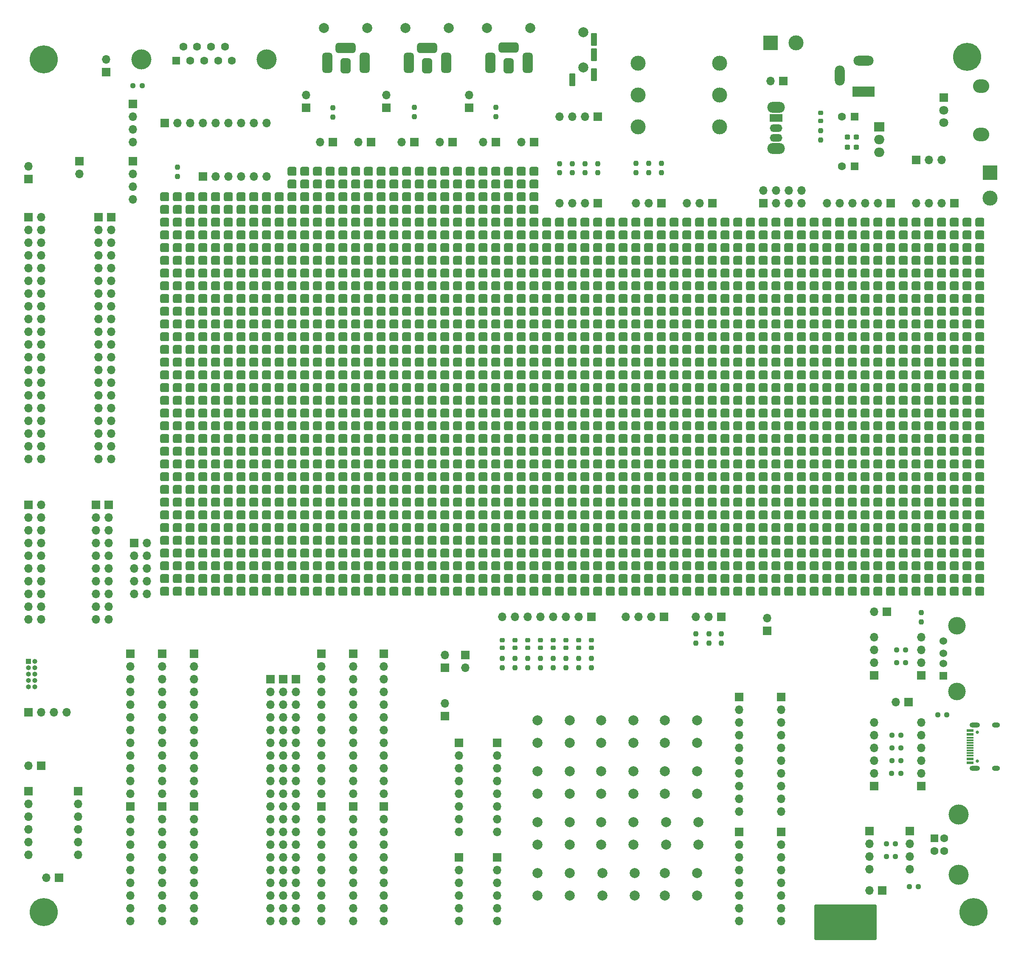
<source format=gbr>
%TF.GenerationSoftware,KiCad,Pcbnew,8.0.6*%
%TF.CreationDate,2025-03-30T13:11:56-03:00*%
%TF.ProjectId,ProtoConn,50726f74-6f43-46f6-9e6e-2e6b69636164,1.0*%
%TF.SameCoordinates,Original*%
%TF.FileFunction,Soldermask,Top*%
%TF.FilePolarity,Negative*%
%FSLAX46Y46*%
G04 Gerber Fmt 4.6, Leading zero omitted, Abs format (unit mm)*
G04 Created by KiCad (PCBNEW 8.0.6) date 2025-03-30 13:11:56*
%MOMM*%
%LPD*%
G01*
G04 APERTURE LIST*
G04 Aperture macros list*
%AMRoundRect*
0 Rectangle with rounded corners*
0 $1 Rounding radius*
0 $2 $3 $4 $5 $6 $7 $8 $9 X,Y pos of 4 corners*
0 Add a 4 corners polygon primitive as box body*
4,1,4,$2,$3,$4,$5,$6,$7,$8,$9,$2,$3,0*
0 Add four circle primitives for the rounded corners*
1,1,$1+$1,$2,$3*
1,1,$1+$1,$4,$5*
1,1,$1+$1,$6,$7*
1,1,$1+$1,$8,$9*
0 Add four rect primitives between the rounded corners*
20,1,$1+$1,$2,$3,$4,$5,0*
20,1,$1+$1,$4,$5,$6,$7,0*
20,1,$1+$1,$6,$7,$8,$9,0*
20,1,$1+$1,$8,$9,$2,$3,0*%
G04 Aperture macros list end*
%ADD10C,0.508000*%
%ADD11RoundRect,0.291667X-0.597333X-0.597333X0.597333X-0.597333X0.597333X0.597333X-0.597333X0.597333X0*%
%ADD12RoundRect,0.237500X-0.237500X0.250000X-0.237500X-0.250000X0.237500X-0.250000X0.237500X0.250000X0*%
%ADD13C,2.000000*%
%ADD14R,1.700000X1.700000*%
%ADD15O,1.700000X1.700000*%
%ADD16RoundRect,0.237500X-0.250000X-0.237500X0.250000X-0.237500X0.250000X0.237500X-0.250000X0.237500X0*%
%ADD17O,3.240000X2.720000*%
%ADD18R,1.800000X1.800000*%
%ADD19C,1.800000*%
%ADD20RoundRect,0.237500X0.250000X0.237500X-0.250000X0.237500X-0.250000X-0.237500X0.250000X-0.237500X0*%
%ADD21RoundRect,0.187500X-0.412500X1.062500X-0.412500X-1.062500X0.412500X-1.062500X0.412500X1.062500X0*%
%ADD22RoundRect,0.237500X0.237500X-0.250000X0.237500X0.250000X-0.237500X0.250000X-0.237500X-0.250000X0*%
%ADD23R,1.600000X1.600000*%
%ADD24C,1.600000*%
%ADD25R,4.500000X2.000000*%
%ADD26O,4.000000X2.000000*%
%ADD27O,2.000000X4.000000*%
%ADD28RoundRect,0.237500X0.300000X0.237500X-0.300000X0.237500X-0.300000X-0.237500X0.300000X-0.237500X0*%
%ADD29R,3.000000X3.000000*%
%ADD30C,3.000000*%
%ADD31RoundRect,0.500000X0.500000X-1.500000X0.500000X1.500000X-0.500000X1.500000X-0.500000X-1.500000X0*%
%ADD32RoundRect,0.500000X0.500000X-1.000000X0.500000X1.000000X-0.500000X1.000000X-0.500000X-1.000000X0*%
%ADD33RoundRect,0.500000X-1.500000X-0.500000X1.500000X-0.500000X1.500000X0.500000X-1.500000X0.500000X0*%
%ADD34C,3.600000*%
%ADD35C,5.600000*%
%ADD36R,1.000000X1.000000*%
%ADD37O,1.000000X1.000000*%
%ADD38RoundRect,0.218750X0.256250X-0.218750X0.256250X0.218750X-0.256250X0.218750X-0.256250X-0.218750X0*%
%ADD39R,1.524000X1.524000*%
%ADD40C,1.524000*%
%ADD41C,3.500000*%
%ADD42C,4.000000*%
%ADD43O,3.500000X2.200000*%
%ADD44R,2.500000X1.500000*%
%ADD45O,2.500000X1.500000*%
%ADD46R,2.000000X1.905000*%
%ADD47O,2.000000X1.905000*%
%ADD48C,0.650000*%
%ADD49R,1.450000X0.600000*%
%ADD50R,1.450000X0.300000*%
%ADD51O,2.100000X1.000000*%
%ADD52O,1.600000X1.000000*%
G04 APERTURE END LIST*
D10*
X284734000Y-225298000D02*
X296672000Y-225298000D01*
X296672000Y-231902000D01*
X284734000Y-231902000D01*
X284734000Y-225298000D01*
G36*
X284734000Y-225298000D02*
G01*
X296672000Y-225298000D01*
X296672000Y-231902000D01*
X284734000Y-231902000D01*
X284734000Y-225298000D01*
G37*
D11*
%TO.C,REF\u002A\u002A*%
X193040000Y-83820000D03*
X195580000Y-83820000D03*
X198120000Y-83820000D03*
X200660000Y-83820000D03*
X203200000Y-83820000D03*
%TD*%
%TO.C,REF\u002A\u002A*%
X167640000Y-86360000D03*
X170180000Y-86360000D03*
X172720000Y-86360000D03*
X175260000Y-86360000D03*
X177800000Y-86360000D03*
%TD*%
%TO.C,REF\u002A\u002A*%
X307340000Y-127000000D03*
X307340000Y-129540000D03*
X307340000Y-132080000D03*
X307340000Y-134620000D03*
X307340000Y-137160000D03*
X309880000Y-127000000D03*
X309880000Y-129540000D03*
X309880000Y-132080000D03*
X309880000Y-134620000D03*
X309880000Y-137160000D03*
X312420000Y-127000000D03*
X312420000Y-129540000D03*
X312420000Y-132080000D03*
X312420000Y-134620000D03*
X312420000Y-137160000D03*
X314960000Y-127000000D03*
X314960000Y-129540000D03*
X314960000Y-132080000D03*
X314960000Y-134620000D03*
X314960000Y-137160000D03*
X317500000Y-127000000D03*
X317500000Y-129540000D03*
X317500000Y-132080000D03*
X317500000Y-134620000D03*
X317500000Y-137160000D03*
%TD*%
D12*
%TO.C,R53*%
X234950000Y-175956500D03*
X234950000Y-177781500D03*
%TD*%
D13*
%TO.C,SW13*%
X261366000Y-213106000D03*
X254866000Y-213106000D03*
X261366000Y-208606000D03*
X254866000Y-208606000D03*
%TD*%
D14*
%TO.C,J74*%
X178562000Y-180081000D03*
D15*
X178562000Y-182621000D03*
X178562000Y-185161000D03*
X178562000Y-187701000D03*
X178562000Y-190241000D03*
X178562000Y-192781000D03*
X178562000Y-195321000D03*
X178562000Y-197861000D03*
X178562000Y-200401000D03*
X178562000Y-202941000D03*
X178562000Y-205481000D03*
X178562000Y-208021000D03*
X178562000Y-210561000D03*
X178562000Y-213101000D03*
X178562000Y-215641000D03*
X178562000Y-218181000D03*
X178562000Y-220721000D03*
X178562000Y-223261000D03*
X178562000Y-225801000D03*
X178562000Y-228341000D03*
%TD*%
D11*
%TO.C,REF\u002A\u002A*%
X154940000Y-139700000D03*
X154940000Y-142240000D03*
X154940000Y-144780000D03*
X154940000Y-147320000D03*
X154940000Y-149860000D03*
X154940000Y-152400000D03*
X154940000Y-154940000D03*
X154940000Y-157480000D03*
X154940000Y-160020000D03*
X154940000Y-162560000D03*
X157480000Y-139700000D03*
X157480000Y-142240000D03*
X157480000Y-144780000D03*
X157480000Y-147320000D03*
X157480000Y-149860000D03*
X157480000Y-152400000D03*
X157480000Y-154940000D03*
X157480000Y-157480000D03*
X157480000Y-160020000D03*
X157480000Y-162560000D03*
X160020000Y-139700000D03*
X160020000Y-142240000D03*
X160020000Y-144780000D03*
X160020000Y-147320000D03*
X160020000Y-149860000D03*
X160020000Y-152400000D03*
X160020000Y-154940000D03*
X160020000Y-157480000D03*
X160020000Y-160020000D03*
X160020000Y-162560000D03*
X162560000Y-139700000D03*
X162560000Y-142240000D03*
X162560000Y-144780000D03*
X162560000Y-147320000D03*
X162560000Y-149860000D03*
X162560000Y-152400000D03*
X162560000Y-154940000D03*
X162560000Y-157480000D03*
X162560000Y-160020000D03*
X162560000Y-162560000D03*
X165100000Y-139700000D03*
X165100000Y-142240000D03*
X165100000Y-144780000D03*
X165100000Y-147320000D03*
X165100000Y-149860000D03*
X165100000Y-152400000D03*
X165100000Y-154940000D03*
X165100000Y-157480000D03*
X165100000Y-160020000D03*
X165100000Y-162560000D03*
X167640000Y-139700000D03*
X167640000Y-142240000D03*
X167640000Y-144780000D03*
X167640000Y-147320000D03*
X167640000Y-149860000D03*
X167640000Y-152400000D03*
X167640000Y-154940000D03*
X167640000Y-157480000D03*
X167640000Y-160020000D03*
X167640000Y-162560000D03*
X170180000Y-139700000D03*
X170180000Y-142240000D03*
X170180000Y-144780000D03*
X170180000Y-147320000D03*
X170180000Y-149860000D03*
X170180000Y-152400000D03*
X170180000Y-154940000D03*
X170180000Y-157480000D03*
X170180000Y-160020000D03*
X170180000Y-162560000D03*
X172720000Y-139700000D03*
X172720000Y-142240000D03*
X172720000Y-144780000D03*
X172720000Y-147320000D03*
X172720000Y-149860000D03*
X172720000Y-152400000D03*
X172720000Y-154940000D03*
X172720000Y-157480000D03*
X172720000Y-160020000D03*
X172720000Y-162560000D03*
X175260000Y-139700000D03*
X175260000Y-142240000D03*
X175260000Y-144780000D03*
X175260000Y-147320000D03*
X175260000Y-149860000D03*
X175260000Y-152400000D03*
X175260000Y-154940000D03*
X175260000Y-157480000D03*
X175260000Y-160020000D03*
X175260000Y-162560000D03*
X177800000Y-139700000D03*
X177800000Y-142240000D03*
X177800000Y-144780000D03*
X177800000Y-147320000D03*
X177800000Y-149860000D03*
X177800000Y-152400000D03*
X177800000Y-154940000D03*
X177800000Y-157480000D03*
X177800000Y-160020000D03*
X177800000Y-162560000D03*
%TD*%
D14*
%TO.C,J76*%
X137922000Y-76708000D03*
D15*
X137922000Y-79248000D03*
%TD*%
D16*
%TO.C,R2*%
X303379500Y-221488000D03*
X305204500Y-221488000D03*
%TD*%
D12*
%TO.C,R36*%
X157480000Y-77931000D03*
X157480000Y-79756000D03*
%TD*%
D14*
%TO.C,J43*%
X212344000Y-72898000D03*
D15*
X209804000Y-72898000D03*
%TD*%
D17*
%TO.C,RV1*%
X317751000Y-61748000D03*
X317751000Y-71348000D03*
D18*
X310251000Y-64048000D03*
D19*
X310251000Y-66548000D03*
X310251000Y-69048000D03*
%TD*%
D14*
%TO.C,JP6*%
X183134000Y-66040000D03*
D15*
X183134000Y-63500000D03*
%TD*%
D11*
%TO.C,REF\u002A\u002A*%
X256540000Y-114300000D03*
X256540000Y-116840000D03*
X256540000Y-119380000D03*
X256540000Y-121920000D03*
X256540000Y-124460000D03*
X256540000Y-127000000D03*
X256540000Y-129540000D03*
X256540000Y-132080000D03*
X256540000Y-134620000D03*
X256540000Y-137160000D03*
X259080000Y-114300000D03*
X259080000Y-116840000D03*
X259080000Y-119380000D03*
X259080000Y-121920000D03*
X259080000Y-124460000D03*
X259080000Y-127000000D03*
X259080000Y-129540000D03*
X259080000Y-132080000D03*
X259080000Y-134620000D03*
X259080000Y-137160000D03*
X261620000Y-114300000D03*
X261620000Y-116840000D03*
X261620000Y-119380000D03*
X261620000Y-121920000D03*
X261620000Y-124460000D03*
X261620000Y-127000000D03*
X261620000Y-129540000D03*
X261620000Y-132080000D03*
X261620000Y-134620000D03*
X261620000Y-137160000D03*
X264160000Y-114300000D03*
X264160000Y-116840000D03*
X264160000Y-119380000D03*
X264160000Y-121920000D03*
X264160000Y-124460000D03*
X264160000Y-127000000D03*
X264160000Y-129540000D03*
X264160000Y-132080000D03*
X264160000Y-134620000D03*
X264160000Y-137160000D03*
X266700000Y-114300000D03*
X266700000Y-116840000D03*
X266700000Y-119380000D03*
X266700000Y-121920000D03*
X266700000Y-124460000D03*
X266700000Y-127000000D03*
X266700000Y-129540000D03*
X266700000Y-132080000D03*
X266700000Y-134620000D03*
X266700000Y-137160000D03*
X269240000Y-114300000D03*
X269240000Y-116840000D03*
X269240000Y-119380000D03*
X269240000Y-121920000D03*
X269240000Y-124460000D03*
X269240000Y-127000000D03*
X269240000Y-129540000D03*
X269240000Y-132080000D03*
X269240000Y-134620000D03*
X269240000Y-137160000D03*
X271780000Y-114300000D03*
X271780000Y-116840000D03*
X271780000Y-119380000D03*
X271780000Y-121920000D03*
X271780000Y-124460000D03*
X271780000Y-127000000D03*
X271780000Y-129540000D03*
X271780000Y-132080000D03*
X271780000Y-134620000D03*
X271780000Y-137160000D03*
X274320000Y-114300000D03*
X274320000Y-116840000D03*
X274320000Y-119380000D03*
X274320000Y-121920000D03*
X274320000Y-124460000D03*
X274320000Y-127000000D03*
X274320000Y-129540000D03*
X274320000Y-132080000D03*
X274320000Y-134620000D03*
X274320000Y-137160000D03*
X276860000Y-114300000D03*
X276860000Y-116840000D03*
X276860000Y-119380000D03*
X276860000Y-121920000D03*
X276860000Y-124460000D03*
X276860000Y-127000000D03*
X276860000Y-129540000D03*
X276860000Y-132080000D03*
X276860000Y-134620000D03*
X276860000Y-137160000D03*
X279400000Y-114300000D03*
X279400000Y-116840000D03*
X279400000Y-119380000D03*
X279400000Y-121920000D03*
X279400000Y-124460000D03*
X279400000Y-127000000D03*
X279400000Y-129540000D03*
X279400000Y-132080000D03*
X279400000Y-134620000D03*
X279400000Y-137160000D03*
%TD*%
D20*
%TO.C,R34*%
X301752000Y-191262000D03*
X299927000Y-191262000D03*
%TD*%
D14*
%TO.C,J94*%
X277876000Y-210566000D03*
D15*
X277876000Y-213106000D03*
X277876000Y-215646000D03*
X277876000Y-218186000D03*
X277876000Y-220726000D03*
X277876000Y-223266000D03*
X277876000Y-225806000D03*
X277876000Y-228346000D03*
%TD*%
D14*
%TO.C,J30*%
X278222000Y-60702000D03*
D15*
X275682000Y-60702000D03*
%TD*%
D14*
%TO.C,J64*%
X160782000Y-175001000D03*
D15*
X160782000Y-177541000D03*
X160782000Y-180081000D03*
X160782000Y-182621000D03*
X160782000Y-185161000D03*
X160782000Y-187701000D03*
X160782000Y-190241000D03*
X160782000Y-192781000D03*
X160782000Y-195321000D03*
X160782000Y-197861000D03*
X160782000Y-200401000D03*
X160782000Y-202941000D03*
%TD*%
D13*
%TO.C,J9*%
X238338000Y-50986000D03*
X238338000Y-57986000D03*
D21*
X240538000Y-55436000D03*
X240538000Y-52436000D03*
X236138000Y-60436000D03*
X240538000Y-59436000D03*
%TD*%
D11*
%TO.C,REF\u002A\u002A*%
X154940000Y-88900000D03*
X154940000Y-91440000D03*
X154940000Y-93980000D03*
X154940000Y-96520000D03*
X154940000Y-99060000D03*
X154940000Y-101600000D03*
X154940000Y-104140000D03*
X154940000Y-106680000D03*
X154940000Y-109220000D03*
X154940000Y-111760000D03*
X157480000Y-88900000D03*
X157480000Y-91440000D03*
X157480000Y-93980000D03*
X157480000Y-96520000D03*
X157480000Y-99060000D03*
X157480000Y-101600000D03*
X157480000Y-104140000D03*
X157480000Y-106680000D03*
X157480000Y-109220000D03*
X157480000Y-111760000D03*
X160020000Y-88900000D03*
X160020000Y-91440000D03*
X160020000Y-93980000D03*
X160020000Y-96520000D03*
X160020000Y-99060000D03*
X160020000Y-101600000D03*
X160020000Y-104140000D03*
X160020000Y-106680000D03*
X160020000Y-109220000D03*
X160020000Y-111760000D03*
X162560000Y-88900000D03*
X162560000Y-91440000D03*
X162560000Y-93980000D03*
X162560000Y-96520000D03*
X162560000Y-99060000D03*
X162560000Y-101600000D03*
X162560000Y-104140000D03*
X162560000Y-106680000D03*
X162560000Y-109220000D03*
X162560000Y-111760000D03*
X165100000Y-88900000D03*
X165100000Y-91440000D03*
X165100000Y-93980000D03*
X165100000Y-96520000D03*
X165100000Y-99060000D03*
X165100000Y-101600000D03*
X165100000Y-104140000D03*
X165100000Y-106680000D03*
X165100000Y-109220000D03*
X165100000Y-111760000D03*
X167640000Y-88900000D03*
X167640000Y-91440000D03*
X167640000Y-93980000D03*
X167640000Y-96520000D03*
X167640000Y-99060000D03*
X167640000Y-101600000D03*
X167640000Y-104140000D03*
X167640000Y-106680000D03*
X167640000Y-109220000D03*
X167640000Y-111760000D03*
X170180000Y-88900000D03*
X170180000Y-91440000D03*
X170180000Y-93980000D03*
X170180000Y-96520000D03*
X170180000Y-99060000D03*
X170180000Y-101600000D03*
X170180000Y-104140000D03*
X170180000Y-106680000D03*
X170180000Y-109220000D03*
X170180000Y-111760000D03*
X172720000Y-88900000D03*
X172720000Y-91440000D03*
X172720000Y-93980000D03*
X172720000Y-96520000D03*
X172720000Y-99060000D03*
X172720000Y-101600000D03*
X172720000Y-104140000D03*
X172720000Y-106680000D03*
X172720000Y-109220000D03*
X172720000Y-111760000D03*
X175260000Y-88900000D03*
X175260000Y-91440000D03*
X175260000Y-93980000D03*
X175260000Y-96520000D03*
X175260000Y-99060000D03*
X175260000Y-101600000D03*
X175260000Y-104140000D03*
X175260000Y-106680000D03*
X175260000Y-109220000D03*
X175260000Y-111760000D03*
X177800000Y-88900000D03*
X177800000Y-91440000D03*
X177800000Y-93980000D03*
X177800000Y-96520000D03*
X177800000Y-99060000D03*
X177800000Y-101600000D03*
X177800000Y-104140000D03*
X177800000Y-106680000D03*
X177800000Y-109220000D03*
X177800000Y-111760000D03*
%TD*%
D22*
%TO.C,R1*%
X305816000Y-168656000D03*
X305816000Y-166831000D03*
%TD*%
D14*
%TO.C,J24*%
X154940000Y-69088000D03*
D15*
X157480000Y-69088000D03*
X160020000Y-69088000D03*
X162560000Y-69088000D03*
X165100000Y-69088000D03*
X167640000Y-69088000D03*
X170180000Y-69088000D03*
X172720000Y-69088000D03*
X175260000Y-69088000D03*
%TD*%
D14*
%TO.C,J48*%
X188468000Y-72898000D03*
D15*
X185928000Y-72898000D03*
%TD*%
D13*
%TO.C,SW8*%
X248412000Y-202946000D03*
X241912000Y-202946000D03*
X248412000Y-198446000D03*
X241912000Y-198446000D03*
%TD*%
D14*
%TO.C,JP12*%
X127762000Y-80264000D03*
D15*
X127762000Y-77724000D03*
%TD*%
D23*
%TO.C,C5*%
X292446000Y-77720000D03*
D24*
X289946000Y-77720000D03*
%TD*%
D14*
%TO.C,J32*%
X274320000Y-85090000D03*
D15*
X274320000Y-82550000D03*
X276860000Y-85090000D03*
X276860000Y-82550000D03*
X279400000Y-85090000D03*
X279400000Y-82550000D03*
X281940000Y-85090000D03*
X281940000Y-82550000D03*
%TD*%
D12*
%TO.C,R79*%
X254000000Y-77169000D03*
X254000000Y-78994000D03*
%TD*%
D11*
%TO.C,REF\u002A\u002A*%
X218440000Y-83820000D03*
X220980000Y-83820000D03*
X223520000Y-83820000D03*
X226060000Y-83820000D03*
X228600000Y-83820000D03*
%TD*%
D14*
%TO.C,J22*%
X148590000Y-65278000D03*
D15*
X148590000Y-67818000D03*
X148590000Y-70358000D03*
X148590000Y-72898000D03*
%TD*%
D20*
%TO.C,R31*%
X301705000Y-198882000D03*
X299880000Y-198882000D03*
%TD*%
D11*
%TO.C,REF\u002A\u002A*%
X180340000Y-83820000D03*
X182880000Y-83820000D03*
X185420000Y-83820000D03*
X187960000Y-83820000D03*
X190500000Y-83820000D03*
%TD*%
D14*
%TO.C,J70*%
X192532000Y-205481000D03*
D15*
X192532000Y-208021000D03*
X192532000Y-210561000D03*
X192532000Y-213101000D03*
X192532000Y-215641000D03*
X192532000Y-218181000D03*
X192532000Y-220721000D03*
X192532000Y-223261000D03*
X192532000Y-225801000D03*
X192532000Y-228341000D03*
%TD*%
D12*
%TO.C,R81*%
X248920000Y-77169000D03*
X248920000Y-78994000D03*
%TD*%
D13*
%TO.C,SW10*%
X248666000Y-223266000D03*
X242166000Y-223266000D03*
X248666000Y-218766000D03*
X242166000Y-218766000D03*
%TD*%
D20*
%TO.C,R16*%
X302651500Y-176784000D03*
X300826500Y-176784000D03*
%TD*%
D12*
%TO.C,R75*%
X241300000Y-77185000D03*
X241300000Y-79010000D03*
%TD*%
D14*
%TO.C,JP5*%
X143256000Y-58928000D03*
D15*
X143256000Y-56388000D03*
%TD*%
D12*
%TO.C,R56*%
X227330000Y-175956500D03*
X227330000Y-177781500D03*
%TD*%
D14*
%TO.C,J44*%
X228600000Y-72898000D03*
D15*
X226060000Y-72898000D03*
%TD*%
D11*
%TO.C,REF\u002A\u002A*%
X281940000Y-114300000D03*
X281940000Y-116840000D03*
X281940000Y-119380000D03*
X281940000Y-121920000D03*
X281940000Y-124460000D03*
X281940000Y-127000000D03*
X281940000Y-129540000D03*
X281940000Y-132080000D03*
X281940000Y-134620000D03*
X281940000Y-137160000D03*
X284480000Y-114300000D03*
X284480000Y-116840000D03*
X284480000Y-119380000D03*
X284480000Y-121920000D03*
X284480000Y-124460000D03*
X284480000Y-127000000D03*
X284480000Y-129540000D03*
X284480000Y-132080000D03*
X284480000Y-134620000D03*
X284480000Y-137160000D03*
X287020000Y-114300000D03*
X287020000Y-116840000D03*
X287020000Y-119380000D03*
X287020000Y-121920000D03*
X287020000Y-124460000D03*
X287020000Y-127000000D03*
X287020000Y-129540000D03*
X287020000Y-132080000D03*
X287020000Y-134620000D03*
X287020000Y-137160000D03*
X289560000Y-114300000D03*
X289560000Y-116840000D03*
X289560000Y-119380000D03*
X289560000Y-121920000D03*
X289560000Y-124460000D03*
X289560000Y-127000000D03*
X289560000Y-129540000D03*
X289560000Y-132080000D03*
X289560000Y-134620000D03*
X289560000Y-137160000D03*
X292100000Y-114300000D03*
X292100000Y-116840000D03*
X292100000Y-119380000D03*
X292100000Y-121920000D03*
X292100000Y-124460000D03*
X292100000Y-127000000D03*
X292100000Y-129540000D03*
X292100000Y-132080000D03*
X292100000Y-134620000D03*
X292100000Y-137160000D03*
X294640000Y-114300000D03*
X294640000Y-116840000D03*
X294640000Y-119380000D03*
X294640000Y-121920000D03*
X294640000Y-124460000D03*
X294640000Y-127000000D03*
X294640000Y-129540000D03*
X294640000Y-132080000D03*
X294640000Y-134620000D03*
X294640000Y-137160000D03*
X297180000Y-114300000D03*
X297180000Y-116840000D03*
X297180000Y-119380000D03*
X297180000Y-121920000D03*
X297180000Y-124460000D03*
X297180000Y-127000000D03*
X297180000Y-129540000D03*
X297180000Y-132080000D03*
X297180000Y-134620000D03*
X297180000Y-137160000D03*
X299720000Y-114300000D03*
X299720000Y-116840000D03*
X299720000Y-119380000D03*
X299720000Y-121920000D03*
X299720000Y-124460000D03*
X299720000Y-127000000D03*
X299720000Y-129540000D03*
X299720000Y-132080000D03*
X299720000Y-134620000D03*
X299720000Y-137160000D03*
X302260000Y-114300000D03*
X302260000Y-116840000D03*
X302260000Y-119380000D03*
X302260000Y-121920000D03*
X302260000Y-124460000D03*
X302260000Y-127000000D03*
X302260000Y-129540000D03*
X302260000Y-132080000D03*
X302260000Y-134620000D03*
X302260000Y-137160000D03*
X304800000Y-114300000D03*
X304800000Y-116840000D03*
X304800000Y-119380000D03*
X304800000Y-121920000D03*
X304800000Y-124460000D03*
X304800000Y-127000000D03*
X304800000Y-129540000D03*
X304800000Y-132080000D03*
X304800000Y-134620000D03*
X304800000Y-137160000D03*
%TD*%
D25*
%TO.C,J26*%
X294224000Y-62838000D03*
D26*
X294224000Y-56638000D03*
D27*
X289524000Y-59638000D03*
%TD*%
D14*
%TO.C,J98*%
X304800000Y-76454000D03*
D15*
X307340000Y-76454000D03*
X309880000Y-76454000D03*
%TD*%
D14*
%TO.C,JP13*%
X130302000Y-197358000D03*
D15*
X127762000Y-197358000D03*
%TD*%
D11*
%TO.C,REF\u002A\u002A*%
X205740000Y-88900000D03*
X205740000Y-91440000D03*
X205740000Y-93980000D03*
X205740000Y-96520000D03*
X205740000Y-99060000D03*
X205740000Y-101600000D03*
X205740000Y-104140000D03*
X205740000Y-106680000D03*
X205740000Y-109220000D03*
X205740000Y-111760000D03*
X208280000Y-88900000D03*
X208280000Y-91440000D03*
X208280000Y-93980000D03*
X208280000Y-96520000D03*
X208280000Y-99060000D03*
X208280000Y-101600000D03*
X208280000Y-104140000D03*
X208280000Y-106680000D03*
X208280000Y-109220000D03*
X208280000Y-111760000D03*
X210820000Y-88900000D03*
X210820000Y-91440000D03*
X210820000Y-93980000D03*
X210820000Y-96520000D03*
X210820000Y-99060000D03*
X210820000Y-101600000D03*
X210820000Y-104140000D03*
X210820000Y-106680000D03*
X210820000Y-109220000D03*
X210820000Y-111760000D03*
X213360000Y-88900000D03*
X213360000Y-91440000D03*
X213360000Y-93980000D03*
X213360000Y-96520000D03*
X213360000Y-99060000D03*
X213360000Y-101600000D03*
X213360000Y-104140000D03*
X213360000Y-106680000D03*
X213360000Y-109220000D03*
X213360000Y-111760000D03*
X215900000Y-88900000D03*
X215900000Y-91440000D03*
X215900000Y-93980000D03*
X215900000Y-96520000D03*
X215900000Y-99060000D03*
X215900000Y-101600000D03*
X215900000Y-104140000D03*
X215900000Y-106680000D03*
X215900000Y-109220000D03*
X215900000Y-111760000D03*
X218440000Y-88900000D03*
X218440000Y-91440000D03*
X218440000Y-93980000D03*
X218440000Y-96520000D03*
X218440000Y-99060000D03*
X218440000Y-101600000D03*
X218440000Y-104140000D03*
X218440000Y-106680000D03*
X218440000Y-109220000D03*
X218440000Y-111760000D03*
X220980000Y-88900000D03*
X220980000Y-91440000D03*
X220980000Y-93980000D03*
X220980000Y-96520000D03*
X220980000Y-99060000D03*
X220980000Y-101600000D03*
X220980000Y-104140000D03*
X220980000Y-106680000D03*
X220980000Y-109220000D03*
X220980000Y-111760000D03*
X223520000Y-88900000D03*
X223520000Y-91440000D03*
X223520000Y-93980000D03*
X223520000Y-96520000D03*
X223520000Y-99060000D03*
X223520000Y-101600000D03*
X223520000Y-104140000D03*
X223520000Y-106680000D03*
X223520000Y-109220000D03*
X223520000Y-111760000D03*
X226060000Y-88900000D03*
X226060000Y-91440000D03*
X226060000Y-93980000D03*
X226060000Y-96520000D03*
X226060000Y-99060000D03*
X226060000Y-101600000D03*
X226060000Y-104140000D03*
X226060000Y-106680000D03*
X226060000Y-109220000D03*
X226060000Y-111760000D03*
X228600000Y-88900000D03*
X228600000Y-91440000D03*
X228600000Y-93980000D03*
X228600000Y-96520000D03*
X228600000Y-99060000D03*
X228600000Y-101600000D03*
X228600000Y-104140000D03*
X228600000Y-106680000D03*
X228600000Y-109220000D03*
X228600000Y-111760000D03*
%TD*%
D28*
%TO.C,C7*%
X292787500Y-73910000D03*
X291062500Y-73910000D03*
%TD*%
D11*
%TO.C,REF\u002A\u002A*%
X180340000Y-81280000D03*
X182880000Y-81280000D03*
X185420000Y-81280000D03*
X187960000Y-81280000D03*
X190500000Y-81280000D03*
%TD*%
%TO.C,REF\u002A\u002A*%
X307340000Y-101600000D03*
X307340000Y-104140000D03*
X307340000Y-106680000D03*
X307340000Y-109220000D03*
X307340000Y-111760000D03*
X309880000Y-101600000D03*
X309880000Y-104140000D03*
X309880000Y-106680000D03*
X309880000Y-109220000D03*
X309880000Y-111760000D03*
X312420000Y-101600000D03*
X312420000Y-104140000D03*
X312420000Y-106680000D03*
X312420000Y-109220000D03*
X312420000Y-111760000D03*
X314960000Y-101600000D03*
X314960000Y-104140000D03*
X314960000Y-106680000D03*
X314960000Y-109220000D03*
X314960000Y-111760000D03*
X317500000Y-101600000D03*
X317500000Y-104140000D03*
X317500000Y-106680000D03*
X317500000Y-109220000D03*
X317500000Y-111760000D03*
%TD*%
D14*
%TO.C,J89*%
X221234000Y-192786000D03*
D15*
X221234000Y-195326000D03*
X221234000Y-197866000D03*
X221234000Y-200406000D03*
X221234000Y-202946000D03*
X221234000Y-205486000D03*
X221234000Y-208026000D03*
X221234000Y-210566000D03*
%TD*%
D20*
%TO.C,R19*%
X300619500Y-215493600D03*
X298794500Y-215493600D03*
%TD*%
D11*
%TO.C,REF\u002A\u002A*%
X180340000Y-86360000D03*
X182880000Y-86360000D03*
X185420000Y-86360000D03*
X187960000Y-86360000D03*
X190500000Y-86360000D03*
%TD*%
D29*
%TO.C,J95*%
X319532000Y-78994000D03*
D30*
X319532000Y-84074000D03*
%TD*%
D11*
%TO.C,REF\u002A\u002A*%
X218440000Y-81280000D03*
X220980000Y-81280000D03*
X223520000Y-81280000D03*
X226060000Y-81280000D03*
X228600000Y-81280000D03*
%TD*%
D12*
%TO.C,R77*%
X236220000Y-77185000D03*
X236220000Y-79010000D03*
%TD*%
D13*
%TO.C,J39*%
X186690000Y-50164000D03*
X195326000Y-50164000D03*
D31*
X187308000Y-57102000D03*
D32*
X191008000Y-57702000D03*
D31*
X194808000Y-57102000D03*
D33*
X191008000Y-54102000D03*
%TD*%
D11*
%TO.C,REF\u002A\u002A*%
X154940000Y-86360000D03*
X157480000Y-86360000D03*
X160020000Y-86360000D03*
X162560000Y-86360000D03*
X165100000Y-86360000D03*
%TD*%
D34*
%TO.C,H3*%
X314960000Y-55880000D03*
D35*
X314960000Y-55880000D03*
%TD*%
D11*
%TO.C,REF\u002A\u002A*%
X218440000Y-78740000D03*
X220980000Y-78740000D03*
X223520000Y-78740000D03*
X226060000Y-78740000D03*
X228600000Y-78740000D03*
%TD*%
D14*
%TO.C,J97*%
X312420000Y-85090000D03*
D15*
X309880000Y-85090000D03*
X307340000Y-85090000D03*
X304800000Y-85090000D03*
%TD*%
D14*
%TO.C,J84*%
X148844000Y-152908000D03*
D15*
X151384000Y-152908000D03*
X148844000Y-155448000D03*
X151384000Y-155448000D03*
X148844000Y-157988000D03*
X151384000Y-157988000D03*
X148844000Y-160528000D03*
X151384000Y-160528000D03*
X148844000Y-163068000D03*
X151384000Y-163068000D03*
%TD*%
D14*
%TO.C,J87*%
X213614000Y-192786000D03*
D15*
X213614000Y-195326000D03*
X213614000Y-197866000D03*
X213614000Y-200406000D03*
X213614000Y-202946000D03*
X213614000Y-205486000D03*
X213614000Y-208026000D03*
X213614000Y-210566000D03*
%TD*%
D29*
%TO.C,J28*%
X275682000Y-53082000D03*
D30*
X280762000Y-53082000D03*
%TD*%
D36*
%TO.C,J82*%
X127762000Y-176530000D03*
D37*
X129032000Y-176530000D03*
X127762000Y-177800000D03*
X129032000Y-177800000D03*
X127762000Y-179070000D03*
X129032000Y-179070000D03*
X127762000Y-180340000D03*
X129032000Y-180340000D03*
X127762000Y-181610000D03*
X129032000Y-181610000D03*
%TD*%
D11*
%TO.C,REF\u002A\u002A*%
X180340000Y-88900000D03*
X180340000Y-91440000D03*
X180340000Y-93980000D03*
X180340000Y-96520000D03*
X180340000Y-99060000D03*
X180340000Y-101600000D03*
X180340000Y-104140000D03*
X180340000Y-106680000D03*
X180340000Y-109220000D03*
X180340000Y-111760000D03*
X182880000Y-88900000D03*
X182880000Y-91440000D03*
X182880000Y-93980000D03*
X182880000Y-96520000D03*
X182880000Y-99060000D03*
X182880000Y-101600000D03*
X182880000Y-104140000D03*
X182880000Y-106680000D03*
X182880000Y-109220000D03*
X182880000Y-111760000D03*
X185420000Y-88900000D03*
X185420000Y-91440000D03*
X185420000Y-93980000D03*
X185420000Y-96520000D03*
X185420000Y-99060000D03*
X185420000Y-101600000D03*
X185420000Y-104140000D03*
X185420000Y-106680000D03*
X185420000Y-109220000D03*
X185420000Y-111760000D03*
X187960000Y-88900000D03*
X187960000Y-91440000D03*
X187960000Y-93980000D03*
X187960000Y-96520000D03*
X187960000Y-99060000D03*
X187960000Y-101600000D03*
X187960000Y-104140000D03*
X187960000Y-106680000D03*
X187960000Y-109220000D03*
X187960000Y-111760000D03*
X190500000Y-88900000D03*
X190500000Y-91440000D03*
X190500000Y-93980000D03*
X190500000Y-96520000D03*
X190500000Y-99060000D03*
X190500000Y-101600000D03*
X190500000Y-104140000D03*
X190500000Y-106680000D03*
X190500000Y-109220000D03*
X190500000Y-111760000D03*
X193040000Y-88900000D03*
X193040000Y-91440000D03*
X193040000Y-93980000D03*
X193040000Y-96520000D03*
X193040000Y-99060000D03*
X193040000Y-101600000D03*
X193040000Y-104140000D03*
X193040000Y-106680000D03*
X193040000Y-109220000D03*
X193040000Y-111760000D03*
X195580000Y-88900000D03*
X195580000Y-91440000D03*
X195580000Y-93980000D03*
X195580000Y-96520000D03*
X195580000Y-99060000D03*
X195580000Y-101600000D03*
X195580000Y-104140000D03*
X195580000Y-106680000D03*
X195580000Y-109220000D03*
X195580000Y-111760000D03*
X198120000Y-88900000D03*
X198120000Y-91440000D03*
X198120000Y-93980000D03*
X198120000Y-96520000D03*
X198120000Y-99060000D03*
X198120000Y-101600000D03*
X198120000Y-104140000D03*
X198120000Y-106680000D03*
X198120000Y-109220000D03*
X198120000Y-111760000D03*
X200660000Y-88900000D03*
X200660000Y-91440000D03*
X200660000Y-93980000D03*
X200660000Y-96520000D03*
X200660000Y-99060000D03*
X200660000Y-101600000D03*
X200660000Y-104140000D03*
X200660000Y-106680000D03*
X200660000Y-109220000D03*
X200660000Y-111760000D03*
X203200000Y-88900000D03*
X203200000Y-91440000D03*
X203200000Y-93980000D03*
X203200000Y-96520000D03*
X203200000Y-99060000D03*
X203200000Y-101600000D03*
X203200000Y-104140000D03*
X203200000Y-106680000D03*
X203200000Y-109220000D03*
X203200000Y-111760000D03*
%TD*%
%TO.C,REF\u002A\u002A*%
X307340000Y-88900000D03*
X307340000Y-91440000D03*
X307340000Y-93980000D03*
X307340000Y-96520000D03*
X307340000Y-99060000D03*
X309880000Y-88900000D03*
X309880000Y-91440000D03*
X309880000Y-93980000D03*
X309880000Y-96520000D03*
X309880000Y-99060000D03*
X312420000Y-88900000D03*
X312420000Y-91440000D03*
X312420000Y-93980000D03*
X312420000Y-96520000D03*
X312420000Y-99060000D03*
X314960000Y-88900000D03*
X314960000Y-91440000D03*
X314960000Y-93980000D03*
X314960000Y-96520000D03*
X314960000Y-99060000D03*
X317500000Y-88900000D03*
X317500000Y-91440000D03*
X317500000Y-93980000D03*
X317500000Y-96520000D03*
X317500000Y-99060000D03*
%TD*%
D14*
%TO.C,J34*%
X299720000Y-85090000D03*
D15*
X297180000Y-85090000D03*
X294640000Y-85090000D03*
X292100000Y-85090000D03*
X289560000Y-85090000D03*
X287020000Y-85090000D03*
%TD*%
D14*
%TO.C,J18*%
X305816000Y-201422000D03*
D15*
X305816000Y-198882000D03*
X305816000Y-196342000D03*
X305816000Y-193802000D03*
X305816000Y-191262000D03*
X305816000Y-188722000D03*
%TD*%
D34*
%TO.C,H4*%
X130810000Y-226568000D03*
D35*
X130810000Y-226568000D03*
%TD*%
D14*
%TO.C,J73*%
X198628000Y-175001000D03*
D15*
X198628000Y-177541000D03*
X198628000Y-180081000D03*
X198628000Y-182621000D03*
X198628000Y-185161000D03*
X198628000Y-187701000D03*
X198628000Y-190241000D03*
X198628000Y-192781000D03*
X198628000Y-195321000D03*
X198628000Y-197861000D03*
X198628000Y-200401000D03*
X198628000Y-202941000D03*
%TD*%
D20*
%TO.C,R18*%
X300619500Y-212953600D03*
X298794500Y-212953600D03*
%TD*%
D38*
%TO.C,D4*%
X237490000Y-173859000D03*
X237490000Y-172284000D03*
%TD*%
D14*
%TO.C,J14*%
X296418000Y-179324000D03*
D15*
X296418000Y-176784000D03*
X296418000Y-174244000D03*
X296418000Y-171704000D03*
%TD*%
D38*
%TO.C,D1*%
X285750000Y-68631000D03*
X285750000Y-67056000D03*
%TD*%
D14*
%TO.C,J4*%
X264160000Y-85090000D03*
D15*
X261620000Y-85090000D03*
X259080000Y-85090000D03*
%TD*%
D38*
%TO.C,D9*%
X224790000Y-173859000D03*
X224790000Y-172284000D03*
%TD*%
D14*
%TO.C,J38*%
X265938000Y-167640000D03*
D15*
X263398000Y-167640000D03*
X260858000Y-167640000D03*
%TD*%
D14*
%TO.C,J65*%
X160782000Y-205481000D03*
D15*
X160782000Y-208021000D03*
X160782000Y-210561000D03*
X160782000Y-213101000D03*
X160782000Y-215641000D03*
X160782000Y-218181000D03*
X160782000Y-220721000D03*
X160782000Y-223261000D03*
X160782000Y-225801000D03*
X160782000Y-228341000D03*
%TD*%
D38*
%TO.C,D6*%
X232410000Y-173859000D03*
X232410000Y-172284000D03*
%TD*%
D20*
%TO.C,R17*%
X302651500Y-174244000D03*
X300826500Y-174244000D03*
%TD*%
D14*
%TO.C,J85*%
X143764000Y-145288000D03*
D15*
X143764000Y-147828000D03*
X143764000Y-150368000D03*
X143764000Y-152908000D03*
X143764000Y-155448000D03*
X143764000Y-157988000D03*
X143764000Y-160528000D03*
X143764000Y-163068000D03*
X143764000Y-165608000D03*
X143764000Y-168148000D03*
%TD*%
D12*
%TO.C,R78*%
X233680000Y-77185000D03*
X233680000Y-79010000D03*
%TD*%
%TO.C,R76*%
X238760000Y-77185000D03*
X238760000Y-79010000D03*
%TD*%
D39*
%TO.C,J1*%
X310160500Y-179454000D03*
D40*
X310160500Y-176954000D03*
X310160500Y-174954000D03*
X310160500Y-172454000D03*
D41*
X312870500Y-182524000D03*
X312870500Y-169384000D03*
%TD*%
D28*
%TO.C,C3*%
X292787500Y-71878000D03*
X291062500Y-71878000D03*
%TD*%
D14*
%TO.C,J21*%
X296418000Y-201422000D03*
D15*
X296418000Y-198882000D03*
X296418000Y-196342000D03*
X296418000Y-193802000D03*
X296418000Y-191262000D03*
X296418000Y-188722000D03*
%TD*%
D13*
%TO.C,SW6*%
X235712000Y-223266000D03*
X229212000Y-223266000D03*
X235712000Y-218766000D03*
X229212000Y-218766000D03*
%TD*%
%TO.C,SW7*%
X248412000Y-192786000D03*
X241912000Y-192786000D03*
X248412000Y-188286000D03*
X241912000Y-188286000D03*
%TD*%
D14*
%TO.C,J63*%
X154432000Y-175001000D03*
D15*
X154432000Y-177541000D03*
X154432000Y-180081000D03*
X154432000Y-182621000D03*
X154432000Y-185161000D03*
X154432000Y-187701000D03*
X154432000Y-190241000D03*
X154432000Y-192781000D03*
X154432000Y-195321000D03*
X154432000Y-197861000D03*
X154432000Y-200401000D03*
X154432000Y-202941000D03*
%TD*%
D14*
%TO.C,J51*%
X214884000Y-175260000D03*
D15*
X214884000Y-177800000D03*
%TD*%
D11*
%TO.C,REF\u002A\u002A*%
X180340000Y-114300000D03*
X180340000Y-116840000D03*
X180340000Y-119380000D03*
X180340000Y-121920000D03*
X180340000Y-124460000D03*
X180340000Y-127000000D03*
X180340000Y-129540000D03*
X180340000Y-132080000D03*
X180340000Y-134620000D03*
X180340000Y-137160000D03*
X182880000Y-114300000D03*
X182880000Y-116840000D03*
X182880000Y-119380000D03*
X182880000Y-121920000D03*
X182880000Y-124460000D03*
X182880000Y-127000000D03*
X182880000Y-129540000D03*
X182880000Y-132080000D03*
X182880000Y-134620000D03*
X182880000Y-137160000D03*
X185420000Y-114300000D03*
X185420000Y-116840000D03*
X185420000Y-119380000D03*
X185420000Y-121920000D03*
X185420000Y-124460000D03*
X185420000Y-127000000D03*
X185420000Y-129540000D03*
X185420000Y-132080000D03*
X185420000Y-134620000D03*
X185420000Y-137160000D03*
X187960000Y-114300000D03*
X187960000Y-116840000D03*
X187960000Y-119380000D03*
X187960000Y-121920000D03*
X187960000Y-124460000D03*
X187960000Y-127000000D03*
X187960000Y-129540000D03*
X187960000Y-132080000D03*
X187960000Y-134620000D03*
X187960000Y-137160000D03*
X190500000Y-114300000D03*
X190500000Y-116840000D03*
X190500000Y-119380000D03*
X190500000Y-121920000D03*
X190500000Y-124460000D03*
X190500000Y-127000000D03*
X190500000Y-129540000D03*
X190500000Y-132080000D03*
X190500000Y-134620000D03*
X190500000Y-137160000D03*
X193040000Y-114300000D03*
X193040000Y-116840000D03*
X193040000Y-119380000D03*
X193040000Y-121920000D03*
X193040000Y-124460000D03*
X193040000Y-127000000D03*
X193040000Y-129540000D03*
X193040000Y-132080000D03*
X193040000Y-134620000D03*
X193040000Y-137160000D03*
X195580000Y-114300000D03*
X195580000Y-116840000D03*
X195580000Y-119380000D03*
X195580000Y-121920000D03*
X195580000Y-124460000D03*
X195580000Y-127000000D03*
X195580000Y-129540000D03*
X195580000Y-132080000D03*
X195580000Y-134620000D03*
X195580000Y-137160000D03*
X198120000Y-114300000D03*
X198120000Y-116840000D03*
X198120000Y-119380000D03*
X198120000Y-121920000D03*
X198120000Y-124460000D03*
X198120000Y-127000000D03*
X198120000Y-129540000D03*
X198120000Y-132080000D03*
X198120000Y-134620000D03*
X198120000Y-137160000D03*
X200660000Y-114300000D03*
X200660000Y-116840000D03*
X200660000Y-119380000D03*
X200660000Y-121920000D03*
X200660000Y-124460000D03*
X200660000Y-127000000D03*
X200660000Y-129540000D03*
X200660000Y-132080000D03*
X200660000Y-134620000D03*
X200660000Y-137160000D03*
X203200000Y-114300000D03*
X203200000Y-116840000D03*
X203200000Y-119380000D03*
X203200000Y-121920000D03*
X203200000Y-124460000D03*
X203200000Y-127000000D03*
X203200000Y-129540000D03*
X203200000Y-132080000D03*
X203200000Y-134620000D03*
X203200000Y-137160000D03*
%TD*%
D12*
%TO.C,R80*%
X251460000Y-77169000D03*
X251460000Y-78994000D03*
%TD*%
D13*
%TO.C,J40*%
X202946000Y-50164000D03*
X211582000Y-50164000D03*
D31*
X203564000Y-57102000D03*
D32*
X207264000Y-57702000D03*
D31*
X211064000Y-57102000D03*
D33*
X207264000Y-54102000D03*
%TD*%
D38*
%TO.C,D10*%
X222250000Y-173859000D03*
X222250000Y-172284000D03*
%TD*%
D14*
%TO.C,J42*%
X196088000Y-72898000D03*
D15*
X193548000Y-72898000D03*
%TD*%
D14*
%TO.C,JP14*%
X210820000Y-187452000D03*
D15*
X210820000Y-184912000D03*
%TD*%
D30*
%TO.C,J3*%
X265544000Y-63468000D03*
X249314000Y-63468000D03*
X265544000Y-69818000D03*
X249314000Y-69818000D03*
X265544000Y-57118000D03*
X249314000Y-57118000D03*
%TD*%
D38*
%TO.C,D3*%
X240030000Y-173859000D03*
X240030000Y-172284000D03*
%TD*%
D20*
%TO.C,R35*%
X150415000Y-61618500D03*
X148590000Y-61618500D03*
%TD*%
D42*
%TO.C,J23*%
X175260000Y-56388000D03*
X150260000Y-56388000D03*
D23*
X157220000Y-56688000D03*
D24*
X159990000Y-56688000D03*
X162760000Y-56688000D03*
X165530000Y-56688000D03*
X168300000Y-56688000D03*
X158605000Y-53848000D03*
X161375000Y-53848000D03*
X164145000Y-53848000D03*
X166915000Y-53848000D03*
%TD*%
D11*
%TO.C,REF\u002A\u002A*%
X256540000Y-139700000D03*
X256540000Y-142240000D03*
X256540000Y-144780000D03*
X256540000Y-147320000D03*
X256540000Y-149860000D03*
X256540000Y-152400000D03*
X256540000Y-154940000D03*
X256540000Y-157480000D03*
X256540000Y-160020000D03*
X256540000Y-162560000D03*
X259080000Y-139700000D03*
X259080000Y-142240000D03*
X259080000Y-144780000D03*
X259080000Y-147320000D03*
X259080000Y-149860000D03*
X259080000Y-152400000D03*
X259080000Y-154940000D03*
X259080000Y-157480000D03*
X259080000Y-160020000D03*
X259080000Y-162560000D03*
X261620000Y-139700000D03*
X261620000Y-142240000D03*
X261620000Y-144780000D03*
X261620000Y-147320000D03*
X261620000Y-149860000D03*
X261620000Y-152400000D03*
X261620000Y-154940000D03*
X261620000Y-157480000D03*
X261620000Y-160020000D03*
X261620000Y-162560000D03*
X264160000Y-139700000D03*
X264160000Y-142240000D03*
X264160000Y-144780000D03*
X264160000Y-147320000D03*
X264160000Y-149860000D03*
X264160000Y-152400000D03*
X264160000Y-154940000D03*
X264160000Y-157480000D03*
X264160000Y-160020000D03*
X264160000Y-162560000D03*
X266700000Y-139700000D03*
X266700000Y-142240000D03*
X266700000Y-144780000D03*
X266700000Y-147320000D03*
X266700000Y-149860000D03*
X266700000Y-152400000D03*
X266700000Y-154940000D03*
X266700000Y-157480000D03*
X266700000Y-160020000D03*
X266700000Y-162560000D03*
X269240000Y-139700000D03*
X269240000Y-142240000D03*
X269240000Y-144780000D03*
X269240000Y-147320000D03*
X269240000Y-149860000D03*
X269240000Y-152400000D03*
X269240000Y-154940000D03*
X269240000Y-157480000D03*
X269240000Y-160020000D03*
X269240000Y-162560000D03*
X271780000Y-139700000D03*
X271780000Y-142240000D03*
X271780000Y-144780000D03*
X271780000Y-147320000D03*
X271780000Y-149860000D03*
X271780000Y-152400000D03*
X271780000Y-154940000D03*
X271780000Y-157480000D03*
X271780000Y-160020000D03*
X271780000Y-162560000D03*
X274320000Y-139700000D03*
X274320000Y-142240000D03*
X274320000Y-144780000D03*
X274320000Y-147320000D03*
X274320000Y-149860000D03*
X274320000Y-152400000D03*
X274320000Y-154940000D03*
X274320000Y-157480000D03*
X274320000Y-160020000D03*
X274320000Y-162560000D03*
X276860000Y-139700000D03*
X276860000Y-142240000D03*
X276860000Y-144780000D03*
X276860000Y-147320000D03*
X276860000Y-149860000D03*
X276860000Y-152400000D03*
X276860000Y-154940000D03*
X276860000Y-157480000D03*
X276860000Y-160020000D03*
X276860000Y-162560000D03*
X279400000Y-139700000D03*
X279400000Y-142240000D03*
X279400000Y-144780000D03*
X279400000Y-147320000D03*
X279400000Y-149860000D03*
X279400000Y-152400000D03*
X279400000Y-154940000D03*
X279400000Y-157480000D03*
X279400000Y-160020000D03*
X279400000Y-162560000D03*
%TD*%
D14*
%TO.C,J53*%
X241300000Y-67787000D03*
D15*
X238760000Y-67787000D03*
X236220000Y-67787000D03*
X233680000Y-67787000D03*
%TD*%
D11*
%TO.C,REF\u002A\u002A*%
X180340000Y-139700000D03*
X180340000Y-142240000D03*
X180340000Y-144780000D03*
X180340000Y-147320000D03*
X180340000Y-149860000D03*
X180340000Y-152400000D03*
X180340000Y-154940000D03*
X180340000Y-157480000D03*
X180340000Y-160020000D03*
X180340000Y-162560000D03*
X182880000Y-139700000D03*
X182880000Y-142240000D03*
X182880000Y-144780000D03*
X182880000Y-147320000D03*
X182880000Y-149860000D03*
X182880000Y-152400000D03*
X182880000Y-154940000D03*
X182880000Y-157480000D03*
X182880000Y-160020000D03*
X182880000Y-162560000D03*
X185420000Y-139700000D03*
X185420000Y-142240000D03*
X185420000Y-144780000D03*
X185420000Y-147320000D03*
X185420000Y-149860000D03*
X185420000Y-152400000D03*
X185420000Y-154940000D03*
X185420000Y-157480000D03*
X185420000Y-160020000D03*
X185420000Y-162560000D03*
X187960000Y-139700000D03*
X187960000Y-142240000D03*
X187960000Y-144780000D03*
X187960000Y-147320000D03*
X187960000Y-149860000D03*
X187960000Y-152400000D03*
X187960000Y-154940000D03*
X187960000Y-157480000D03*
X187960000Y-160020000D03*
X187960000Y-162560000D03*
X190500000Y-139700000D03*
X190500000Y-142240000D03*
X190500000Y-144780000D03*
X190500000Y-147320000D03*
X190500000Y-149860000D03*
X190500000Y-152400000D03*
X190500000Y-154940000D03*
X190500000Y-157480000D03*
X190500000Y-160020000D03*
X190500000Y-162560000D03*
X193040000Y-139700000D03*
X193040000Y-142240000D03*
X193040000Y-144780000D03*
X193040000Y-147320000D03*
X193040000Y-149860000D03*
X193040000Y-152400000D03*
X193040000Y-154940000D03*
X193040000Y-157480000D03*
X193040000Y-160020000D03*
X193040000Y-162560000D03*
X195580000Y-139700000D03*
X195580000Y-142240000D03*
X195580000Y-144780000D03*
X195580000Y-147320000D03*
X195580000Y-149860000D03*
X195580000Y-152400000D03*
X195580000Y-154940000D03*
X195580000Y-157480000D03*
X195580000Y-160020000D03*
X195580000Y-162560000D03*
X198120000Y-139700000D03*
X198120000Y-142240000D03*
X198120000Y-144780000D03*
X198120000Y-147320000D03*
X198120000Y-149860000D03*
X198120000Y-152400000D03*
X198120000Y-154940000D03*
X198120000Y-157480000D03*
X198120000Y-160020000D03*
X198120000Y-162560000D03*
X200660000Y-139700000D03*
X200660000Y-142240000D03*
X200660000Y-144780000D03*
X200660000Y-147320000D03*
X200660000Y-149860000D03*
X200660000Y-152400000D03*
X200660000Y-154940000D03*
X200660000Y-157480000D03*
X200660000Y-160020000D03*
X200660000Y-162560000D03*
X203200000Y-139700000D03*
X203200000Y-142240000D03*
X203200000Y-144780000D03*
X203200000Y-147320000D03*
X203200000Y-149860000D03*
X203200000Y-152400000D03*
X203200000Y-154940000D03*
X203200000Y-157480000D03*
X203200000Y-160020000D03*
X203200000Y-162560000D03*
%TD*%
%TO.C,REF\u002A\u002A*%
X307340000Y-139700000D03*
X307340000Y-142240000D03*
X307340000Y-144780000D03*
X307340000Y-147320000D03*
X307340000Y-149860000D03*
X309880000Y-139700000D03*
X309880000Y-142240000D03*
X309880000Y-144780000D03*
X309880000Y-147320000D03*
X309880000Y-149860000D03*
X312420000Y-139700000D03*
X312420000Y-142240000D03*
X312420000Y-144780000D03*
X312420000Y-147320000D03*
X312420000Y-149860000D03*
X314960000Y-139700000D03*
X314960000Y-142240000D03*
X314960000Y-144780000D03*
X314960000Y-147320000D03*
X314960000Y-149860000D03*
X317500000Y-139700000D03*
X317500000Y-142240000D03*
X317500000Y-144780000D03*
X317500000Y-147320000D03*
X317500000Y-149860000D03*
%TD*%
D13*
%TO.C,SW9*%
X248412000Y-213106000D03*
X241912000Y-213106000D03*
X248412000Y-208606000D03*
X241912000Y-208606000D03*
%TD*%
D14*
%TO.C,J49*%
X204724000Y-72898000D03*
D15*
X202184000Y-72898000D03*
%TD*%
D14*
%TO.C,J52*%
X240030000Y-167640000D03*
D15*
X237490000Y-167640000D03*
X234950000Y-167640000D03*
X232410000Y-167640000D03*
X229870000Y-167640000D03*
X227330000Y-167640000D03*
X224790000Y-167640000D03*
X222250000Y-167640000D03*
%TD*%
D23*
%TO.C,C1*%
X292446000Y-67814000D03*
D24*
X289946000Y-67814000D03*
%TD*%
D11*
%TO.C,REF\u002A\u002A*%
X205740000Y-81280000D03*
X208280000Y-81280000D03*
X210820000Y-81280000D03*
X213360000Y-81280000D03*
X215900000Y-81280000D03*
%TD*%
%TO.C,REF\u002A\u002A*%
X205740000Y-139700000D03*
X205740000Y-142240000D03*
X205740000Y-144780000D03*
X205740000Y-147320000D03*
X205740000Y-149860000D03*
X205740000Y-152400000D03*
X205740000Y-154940000D03*
X205740000Y-157480000D03*
X205740000Y-160020000D03*
X205740000Y-162560000D03*
X208280000Y-139700000D03*
X208280000Y-142240000D03*
X208280000Y-144780000D03*
X208280000Y-147320000D03*
X208280000Y-149860000D03*
X208280000Y-152400000D03*
X208280000Y-154940000D03*
X208280000Y-157480000D03*
X208280000Y-160020000D03*
X208280000Y-162560000D03*
X210820000Y-139700000D03*
X210820000Y-142240000D03*
X210820000Y-144780000D03*
X210820000Y-147320000D03*
X210820000Y-149860000D03*
X210820000Y-152400000D03*
X210820000Y-154940000D03*
X210820000Y-157480000D03*
X210820000Y-160020000D03*
X210820000Y-162560000D03*
X213360000Y-139700000D03*
X213360000Y-142240000D03*
X213360000Y-144780000D03*
X213360000Y-147320000D03*
X213360000Y-149860000D03*
X213360000Y-152400000D03*
X213360000Y-154940000D03*
X213360000Y-157480000D03*
X213360000Y-160020000D03*
X213360000Y-162560000D03*
X215900000Y-139700000D03*
X215900000Y-142240000D03*
X215900000Y-144780000D03*
X215900000Y-147320000D03*
X215900000Y-149860000D03*
X215900000Y-152400000D03*
X215900000Y-154940000D03*
X215900000Y-157480000D03*
X215900000Y-160020000D03*
X215900000Y-162560000D03*
X218440000Y-139700000D03*
X218440000Y-142240000D03*
X218440000Y-144780000D03*
X218440000Y-147320000D03*
X218440000Y-149860000D03*
X218440000Y-152400000D03*
X218440000Y-154940000D03*
X218440000Y-157480000D03*
X218440000Y-160020000D03*
X218440000Y-162560000D03*
X220980000Y-139700000D03*
X220980000Y-142240000D03*
X220980000Y-144780000D03*
X220980000Y-147320000D03*
X220980000Y-149860000D03*
X220980000Y-152400000D03*
X220980000Y-154940000D03*
X220980000Y-157480000D03*
X220980000Y-160020000D03*
X220980000Y-162560000D03*
X223520000Y-139700000D03*
X223520000Y-142240000D03*
X223520000Y-144780000D03*
X223520000Y-147320000D03*
X223520000Y-149860000D03*
X223520000Y-152400000D03*
X223520000Y-154940000D03*
X223520000Y-157480000D03*
X223520000Y-160020000D03*
X223520000Y-162560000D03*
X226060000Y-139700000D03*
X226060000Y-142240000D03*
X226060000Y-144780000D03*
X226060000Y-147320000D03*
X226060000Y-149860000D03*
X226060000Y-152400000D03*
X226060000Y-154940000D03*
X226060000Y-157480000D03*
X226060000Y-160020000D03*
X226060000Y-162560000D03*
X228600000Y-139700000D03*
X228600000Y-142240000D03*
X228600000Y-144780000D03*
X228600000Y-147320000D03*
X228600000Y-149860000D03*
X228600000Y-152400000D03*
X228600000Y-154940000D03*
X228600000Y-157480000D03*
X228600000Y-160020000D03*
X228600000Y-162560000D03*
%TD*%
D12*
%TO.C,R50*%
X220980000Y-65993000D03*
X220980000Y-67818000D03*
%TD*%
D13*
%TO.C,SW3*%
X235712000Y-192786000D03*
X229212000Y-192786000D03*
X235712000Y-188286000D03*
X229212000Y-188286000D03*
%TD*%
D43*
%TO.C,SW1*%
X276860000Y-65968000D03*
X276860000Y-74168000D03*
D44*
X276860000Y-68068000D03*
D45*
X276860000Y-70068000D03*
X276860000Y-72068000D03*
%TD*%
D22*
%TO.C,R57*%
X224790000Y-177781500D03*
X224790000Y-175956500D03*
%TD*%
%TO.C,R40*%
X263411000Y-172870500D03*
X263411000Y-171045500D03*
%TD*%
D11*
%TO.C,REF\u002A\u002A*%
X231140000Y-114300000D03*
X231140000Y-116840000D03*
X231140000Y-119380000D03*
X231140000Y-121920000D03*
X231140000Y-124460000D03*
X231140000Y-127000000D03*
X231140000Y-129540000D03*
X231140000Y-132080000D03*
X231140000Y-134620000D03*
X231140000Y-137160000D03*
X233680000Y-114300000D03*
X233680000Y-116840000D03*
X233680000Y-119380000D03*
X233680000Y-121920000D03*
X233680000Y-124460000D03*
X233680000Y-127000000D03*
X233680000Y-129540000D03*
X233680000Y-132080000D03*
X233680000Y-134620000D03*
X233680000Y-137160000D03*
X236220000Y-114300000D03*
X236220000Y-116840000D03*
X236220000Y-119380000D03*
X236220000Y-121920000D03*
X236220000Y-124460000D03*
X236220000Y-127000000D03*
X236220000Y-129540000D03*
X236220000Y-132080000D03*
X236220000Y-134620000D03*
X236220000Y-137160000D03*
X238760000Y-114300000D03*
X238760000Y-116840000D03*
X238760000Y-119380000D03*
X238760000Y-121920000D03*
X238760000Y-124460000D03*
X238760000Y-127000000D03*
X238760000Y-129540000D03*
X238760000Y-132080000D03*
X238760000Y-134620000D03*
X238760000Y-137160000D03*
X241300000Y-114300000D03*
X241300000Y-116840000D03*
X241300000Y-119380000D03*
X241300000Y-121920000D03*
X241300000Y-124460000D03*
X241300000Y-127000000D03*
X241300000Y-129540000D03*
X241300000Y-132080000D03*
X241300000Y-134620000D03*
X241300000Y-137160000D03*
X243840000Y-114300000D03*
X243840000Y-116840000D03*
X243840000Y-119380000D03*
X243840000Y-121920000D03*
X243840000Y-124460000D03*
X243840000Y-127000000D03*
X243840000Y-129540000D03*
X243840000Y-132080000D03*
X243840000Y-134620000D03*
X243840000Y-137160000D03*
X246380000Y-114300000D03*
X246380000Y-116840000D03*
X246380000Y-119380000D03*
X246380000Y-121920000D03*
X246380000Y-124460000D03*
X246380000Y-127000000D03*
X246380000Y-129540000D03*
X246380000Y-132080000D03*
X246380000Y-134620000D03*
X246380000Y-137160000D03*
X248920000Y-114300000D03*
X248920000Y-116840000D03*
X248920000Y-119380000D03*
X248920000Y-121920000D03*
X248920000Y-124460000D03*
X248920000Y-127000000D03*
X248920000Y-129540000D03*
X248920000Y-132080000D03*
X248920000Y-134620000D03*
X248920000Y-137160000D03*
X251460000Y-114300000D03*
X251460000Y-116840000D03*
X251460000Y-119380000D03*
X251460000Y-121920000D03*
X251460000Y-124460000D03*
X251460000Y-127000000D03*
X251460000Y-129540000D03*
X251460000Y-132080000D03*
X251460000Y-134620000D03*
X251460000Y-137160000D03*
X254000000Y-114300000D03*
X254000000Y-116840000D03*
X254000000Y-119380000D03*
X254000000Y-121920000D03*
X254000000Y-124460000D03*
X254000000Y-127000000D03*
X254000000Y-129540000D03*
X254000000Y-132080000D03*
X254000000Y-134620000D03*
X254000000Y-137160000D03*
%TD*%
D38*
%TO.C,D8*%
X227330000Y-173859000D03*
X227330000Y-172284000D03*
%TD*%
D11*
%TO.C,REF\u002A\u002A*%
X218440000Y-86360000D03*
X220980000Y-86360000D03*
X223520000Y-86360000D03*
X226060000Y-86360000D03*
X228600000Y-86360000D03*
%TD*%
D14*
%TO.C,J90*%
X221234000Y-215646000D03*
D15*
X221234000Y-218186000D03*
X221234000Y-220726000D03*
X221234000Y-223266000D03*
X221234000Y-225806000D03*
X221234000Y-228346000D03*
%TD*%
D14*
%TO.C,J69*%
X192532000Y-175001000D03*
D15*
X192532000Y-177541000D03*
X192532000Y-180081000D03*
X192532000Y-182621000D03*
X192532000Y-185161000D03*
X192532000Y-187701000D03*
X192532000Y-190241000D03*
X192532000Y-192781000D03*
X192532000Y-195321000D03*
X192532000Y-197861000D03*
X192532000Y-200401000D03*
X192532000Y-202941000D03*
%TD*%
D11*
%TO.C,REF\u002A\u002A*%
X205740000Y-114300000D03*
X205740000Y-116840000D03*
X205740000Y-119380000D03*
X205740000Y-121920000D03*
X205740000Y-124460000D03*
X205740000Y-127000000D03*
X205740000Y-129540000D03*
X205740000Y-132080000D03*
X205740000Y-134620000D03*
X205740000Y-137160000D03*
X208280000Y-114300000D03*
X208280000Y-116840000D03*
X208280000Y-119380000D03*
X208280000Y-121920000D03*
X208280000Y-124460000D03*
X208280000Y-127000000D03*
X208280000Y-129540000D03*
X208280000Y-132080000D03*
X208280000Y-134620000D03*
X208280000Y-137160000D03*
X210820000Y-114300000D03*
X210820000Y-116840000D03*
X210820000Y-119380000D03*
X210820000Y-121920000D03*
X210820000Y-124460000D03*
X210820000Y-127000000D03*
X210820000Y-129540000D03*
X210820000Y-132080000D03*
X210820000Y-134620000D03*
X210820000Y-137160000D03*
X213360000Y-114300000D03*
X213360000Y-116840000D03*
X213360000Y-119380000D03*
X213360000Y-121920000D03*
X213360000Y-124460000D03*
X213360000Y-127000000D03*
X213360000Y-129540000D03*
X213360000Y-132080000D03*
X213360000Y-134620000D03*
X213360000Y-137160000D03*
X215900000Y-114300000D03*
X215900000Y-116840000D03*
X215900000Y-119380000D03*
X215900000Y-121920000D03*
X215900000Y-124460000D03*
X215900000Y-127000000D03*
X215900000Y-129540000D03*
X215900000Y-132080000D03*
X215900000Y-134620000D03*
X215900000Y-137160000D03*
X218440000Y-114300000D03*
X218440000Y-116840000D03*
X218440000Y-119380000D03*
X218440000Y-121920000D03*
X218440000Y-124460000D03*
X218440000Y-127000000D03*
X218440000Y-129540000D03*
X218440000Y-132080000D03*
X218440000Y-134620000D03*
X218440000Y-137160000D03*
X220980000Y-114300000D03*
X220980000Y-116840000D03*
X220980000Y-119380000D03*
X220980000Y-121920000D03*
X220980000Y-124460000D03*
X220980000Y-127000000D03*
X220980000Y-129540000D03*
X220980000Y-132080000D03*
X220980000Y-134620000D03*
X220980000Y-137160000D03*
X223520000Y-114300000D03*
X223520000Y-116840000D03*
X223520000Y-119380000D03*
X223520000Y-121920000D03*
X223520000Y-124460000D03*
X223520000Y-127000000D03*
X223520000Y-129540000D03*
X223520000Y-132080000D03*
X223520000Y-134620000D03*
X223520000Y-137160000D03*
X226060000Y-114300000D03*
X226060000Y-116840000D03*
X226060000Y-119380000D03*
X226060000Y-121920000D03*
X226060000Y-124460000D03*
X226060000Y-127000000D03*
X226060000Y-129540000D03*
X226060000Y-132080000D03*
X226060000Y-134620000D03*
X226060000Y-137160000D03*
X228600000Y-114300000D03*
X228600000Y-116840000D03*
X228600000Y-119380000D03*
X228600000Y-121920000D03*
X228600000Y-124460000D03*
X228600000Y-127000000D03*
X228600000Y-129540000D03*
X228600000Y-132080000D03*
X228600000Y-134620000D03*
X228600000Y-137160000D03*
%TD*%
D14*
%TO.C,J36*%
X275082000Y-170434000D03*
D15*
X275082000Y-167894000D03*
%TD*%
D13*
%TO.C,SW5*%
X235712000Y-213106000D03*
X229212000Y-213106000D03*
X235712000Y-208606000D03*
X229212000Y-208606000D03*
%TD*%
D14*
%TO.C,J100*%
X137668000Y-202438000D03*
D15*
X137668000Y-204978000D03*
X137668000Y-207518000D03*
X137668000Y-210058000D03*
X137668000Y-212598000D03*
X137668000Y-215138000D03*
%TD*%
D14*
%TO.C,J75*%
X181102000Y-180081000D03*
D15*
X181102000Y-182621000D03*
X181102000Y-185161000D03*
X181102000Y-187701000D03*
X181102000Y-190241000D03*
X181102000Y-192781000D03*
X181102000Y-195321000D03*
X181102000Y-197861000D03*
X181102000Y-200401000D03*
X181102000Y-202941000D03*
X181102000Y-205481000D03*
X181102000Y-208021000D03*
X181102000Y-210561000D03*
X181102000Y-213101000D03*
X181102000Y-215641000D03*
X181102000Y-218181000D03*
X181102000Y-220721000D03*
X181102000Y-223261000D03*
X181102000Y-225801000D03*
X181102000Y-228341000D03*
%TD*%
D22*
%TO.C,R39*%
X265938000Y-172870500D03*
X265938000Y-171045500D03*
%TD*%
D14*
%TO.C,J62*%
X154432000Y-205481000D03*
D15*
X154432000Y-208021000D03*
X154432000Y-210561000D03*
X154432000Y-213101000D03*
X154432000Y-215641000D03*
X154432000Y-218181000D03*
X154432000Y-220721000D03*
X154432000Y-223261000D03*
X154432000Y-225801000D03*
X154432000Y-228341000D03*
%TD*%
D11*
%TO.C,REF\u002A\u002A*%
X307340000Y-152400000D03*
X307340000Y-154940000D03*
X307340000Y-157480000D03*
X307340000Y-160020000D03*
X307340000Y-162560000D03*
X309880000Y-152400000D03*
X309880000Y-154940000D03*
X309880000Y-157480000D03*
X309880000Y-160020000D03*
X309880000Y-162560000D03*
X312420000Y-152400000D03*
X312420000Y-154940000D03*
X312420000Y-157480000D03*
X312420000Y-160020000D03*
X312420000Y-162560000D03*
X314960000Y-152400000D03*
X314960000Y-154940000D03*
X314960000Y-157480000D03*
X314960000Y-160020000D03*
X314960000Y-162560000D03*
X317500000Y-152400000D03*
X317500000Y-154940000D03*
X317500000Y-157480000D03*
X317500000Y-160020000D03*
X317500000Y-162560000D03*
%TD*%
%TO.C,REF\u002A\u002A*%
X231140000Y-139700000D03*
X231140000Y-142240000D03*
X231140000Y-144780000D03*
X231140000Y-147320000D03*
X231140000Y-149860000D03*
X231140000Y-152400000D03*
X231140000Y-154940000D03*
X231140000Y-157480000D03*
X231140000Y-160020000D03*
X231140000Y-162560000D03*
X233680000Y-139700000D03*
X233680000Y-142240000D03*
X233680000Y-144780000D03*
X233680000Y-147320000D03*
X233680000Y-149860000D03*
X233680000Y-152400000D03*
X233680000Y-154940000D03*
X233680000Y-157480000D03*
X233680000Y-160020000D03*
X233680000Y-162560000D03*
X236220000Y-139700000D03*
X236220000Y-142240000D03*
X236220000Y-144780000D03*
X236220000Y-147320000D03*
X236220000Y-149860000D03*
X236220000Y-152400000D03*
X236220000Y-154940000D03*
X236220000Y-157480000D03*
X236220000Y-160020000D03*
X236220000Y-162560000D03*
X238760000Y-139700000D03*
X238760000Y-142240000D03*
X238760000Y-144780000D03*
X238760000Y-147320000D03*
X238760000Y-149860000D03*
X238760000Y-152400000D03*
X238760000Y-154940000D03*
X238760000Y-157480000D03*
X238760000Y-160020000D03*
X238760000Y-162560000D03*
X241300000Y-139700000D03*
X241300000Y-142240000D03*
X241300000Y-144780000D03*
X241300000Y-147320000D03*
X241300000Y-149860000D03*
X241300000Y-152400000D03*
X241300000Y-154940000D03*
X241300000Y-157480000D03*
X241300000Y-160020000D03*
X241300000Y-162560000D03*
X243840000Y-139700000D03*
X243840000Y-142240000D03*
X243840000Y-144780000D03*
X243840000Y-147320000D03*
X243840000Y-149860000D03*
X243840000Y-152400000D03*
X243840000Y-154940000D03*
X243840000Y-157480000D03*
X243840000Y-160020000D03*
X243840000Y-162560000D03*
X246380000Y-139700000D03*
X246380000Y-142240000D03*
X246380000Y-144780000D03*
X246380000Y-147320000D03*
X246380000Y-149860000D03*
X246380000Y-152400000D03*
X246380000Y-154940000D03*
X246380000Y-157480000D03*
X246380000Y-160020000D03*
X246380000Y-162560000D03*
X248920000Y-139700000D03*
X248920000Y-142240000D03*
X248920000Y-144780000D03*
X248920000Y-147320000D03*
X248920000Y-149860000D03*
X248920000Y-152400000D03*
X248920000Y-154940000D03*
X248920000Y-157480000D03*
X248920000Y-160020000D03*
X248920000Y-162560000D03*
X251460000Y-139700000D03*
X251460000Y-142240000D03*
X251460000Y-144780000D03*
X251460000Y-147320000D03*
X251460000Y-149860000D03*
X251460000Y-152400000D03*
X251460000Y-154940000D03*
X251460000Y-157480000D03*
X251460000Y-160020000D03*
X251460000Y-162560000D03*
X254000000Y-139700000D03*
X254000000Y-142240000D03*
X254000000Y-144780000D03*
X254000000Y-147320000D03*
X254000000Y-149860000D03*
X254000000Y-152400000D03*
X254000000Y-154940000D03*
X254000000Y-157480000D03*
X254000000Y-160020000D03*
X254000000Y-162560000D03*
%TD*%
D14*
%TO.C,J80*%
X144272000Y-87884000D03*
D15*
X144272000Y-90424000D03*
X144272000Y-92964000D03*
X144272000Y-95504000D03*
X144272000Y-98044000D03*
X144272000Y-100584000D03*
X144272000Y-103124000D03*
X144272000Y-105664000D03*
X144272000Y-108204000D03*
X144272000Y-110744000D03*
X144272000Y-113284000D03*
X144272000Y-115824000D03*
X144272000Y-118364000D03*
X144272000Y-120904000D03*
X144272000Y-123444000D03*
X144272000Y-125984000D03*
X144272000Y-128524000D03*
X144272000Y-131064000D03*
X144272000Y-133604000D03*
X144272000Y-136144000D03*
%TD*%
D38*
%TO.C,D7*%
X229870000Y-173859000D03*
X229870000Y-172284000D03*
%TD*%
D12*
%TO.C,R37*%
X285750000Y-70612000D03*
X285750000Y-72437000D03*
%TD*%
D11*
%TO.C,REF\u002A\u002A*%
X205740000Y-86360000D03*
X208280000Y-86360000D03*
X210820000Y-86360000D03*
X213360000Y-86360000D03*
X215900000Y-86360000D03*
%TD*%
D14*
%TO.C,J37*%
X254508000Y-167640000D03*
D15*
X251968000Y-167640000D03*
X249428000Y-167640000D03*
X246888000Y-167640000D03*
%TD*%
D22*
%TO.C,R51*%
X240030000Y-177781500D03*
X240030000Y-175956500D03*
%TD*%
D14*
%TO.C,JP2*%
X297992800Y-222224600D03*
D15*
X295452800Y-222224600D03*
%TD*%
D14*
%TO.C,JP8*%
X215646000Y-66040000D03*
D15*
X215646000Y-63500000D03*
%TD*%
D14*
%TO.C,J72*%
X176022000Y-180081000D03*
D15*
X176022000Y-182621000D03*
X176022000Y-185161000D03*
X176022000Y-187701000D03*
X176022000Y-190241000D03*
X176022000Y-192781000D03*
X176022000Y-195321000D03*
X176022000Y-197861000D03*
X176022000Y-200401000D03*
X176022000Y-202941000D03*
X176022000Y-205481000D03*
X176022000Y-208021000D03*
X176022000Y-210561000D03*
X176022000Y-213101000D03*
X176022000Y-215641000D03*
X176022000Y-218181000D03*
X176022000Y-220721000D03*
X176022000Y-223261000D03*
X176022000Y-225801000D03*
X176022000Y-228341000D03*
%TD*%
D13*
%TO.C,SW12*%
X261112000Y-202946000D03*
X254612000Y-202946000D03*
X261112000Y-198446000D03*
X254612000Y-198446000D03*
%TD*%
D14*
%TO.C,J68*%
X148082000Y-205481000D03*
D15*
X148082000Y-208021000D03*
X148082000Y-210561000D03*
X148082000Y-213101000D03*
X148082000Y-215641000D03*
X148082000Y-218181000D03*
X148082000Y-220721000D03*
X148082000Y-223261000D03*
X148082000Y-225801000D03*
X148082000Y-228341000D03*
%TD*%
D14*
%TO.C,J50*%
X220980000Y-72898000D03*
D15*
X218440000Y-72898000D03*
%TD*%
D14*
%TO.C,J5*%
X254000000Y-85090000D03*
D15*
X251460000Y-85090000D03*
X248920000Y-85090000D03*
%TD*%
D12*
%TO.C,R58*%
X222250000Y-175956500D03*
X222250000Y-177781500D03*
%TD*%
D14*
%TO.C,J86*%
X127762000Y-186690000D03*
D15*
X130302000Y-186690000D03*
X132842000Y-186690000D03*
X135382000Y-186690000D03*
%TD*%
D11*
%TO.C,REF\u002A\u002A*%
X154940000Y-83820000D03*
X157480000Y-83820000D03*
X160020000Y-83820000D03*
X162560000Y-83820000D03*
X165100000Y-83820000D03*
%TD*%
%TO.C,REF\u002A\u002A*%
X205740000Y-78740000D03*
X208280000Y-78740000D03*
X210820000Y-78740000D03*
X213360000Y-78740000D03*
X215900000Y-78740000D03*
%TD*%
D12*
%TO.C,R49*%
X204724000Y-65993000D03*
X204724000Y-67818000D03*
%TD*%
D14*
%TO.C,J92*%
X269494000Y-210566000D03*
D15*
X269494000Y-213106000D03*
X269494000Y-215646000D03*
X269494000Y-218186000D03*
X269494000Y-220726000D03*
X269494000Y-223266000D03*
X269494000Y-225806000D03*
X269494000Y-228346000D03*
%TD*%
D34*
%TO.C,H2*%
X316230000Y-226568000D03*
D35*
X316230000Y-226568000D03*
%TD*%
D14*
%TO.C,J78*%
X127762000Y-87884000D03*
D15*
X130302000Y-87884000D03*
X127762000Y-90424000D03*
X130302000Y-90424000D03*
X127762000Y-92964000D03*
X130302000Y-92964000D03*
X127762000Y-95504000D03*
X130302000Y-95504000D03*
X127762000Y-98044000D03*
X130302000Y-98044000D03*
X127762000Y-100584000D03*
X130302000Y-100584000D03*
X127762000Y-103124000D03*
X130302000Y-103124000D03*
X127762000Y-105664000D03*
X130302000Y-105664000D03*
X127762000Y-108204000D03*
X130302000Y-108204000D03*
X127762000Y-110744000D03*
X130302000Y-110744000D03*
X127762000Y-113284000D03*
X130302000Y-113284000D03*
X127762000Y-115824000D03*
X130302000Y-115824000D03*
X127762000Y-118364000D03*
X130302000Y-118364000D03*
X127762000Y-120904000D03*
X130302000Y-120904000D03*
X127762000Y-123444000D03*
X130302000Y-123444000D03*
X127762000Y-125984000D03*
X130302000Y-125984000D03*
X127762000Y-128524000D03*
X130302000Y-128524000D03*
X127762000Y-131064000D03*
X130302000Y-131064000D03*
X127762000Y-133604000D03*
X130302000Y-133604000D03*
X127762000Y-136144000D03*
X130302000Y-136144000D03*
%TD*%
D11*
%TO.C,REF\u002A\u002A*%
X281940000Y-88900000D03*
X281940000Y-91440000D03*
X281940000Y-93980000D03*
X281940000Y-96520000D03*
X281940000Y-99060000D03*
X281940000Y-101600000D03*
X281940000Y-104140000D03*
X281940000Y-106680000D03*
X281940000Y-109220000D03*
X281940000Y-111760000D03*
X284480000Y-88900000D03*
X284480000Y-91440000D03*
X284480000Y-93980000D03*
X284480000Y-96520000D03*
X284480000Y-99060000D03*
X284480000Y-101600000D03*
X284480000Y-104140000D03*
X284480000Y-106680000D03*
X284480000Y-109220000D03*
X284480000Y-111760000D03*
X287020000Y-88900000D03*
X287020000Y-91440000D03*
X287020000Y-93980000D03*
X287020000Y-96520000D03*
X287020000Y-99060000D03*
X287020000Y-101600000D03*
X287020000Y-104140000D03*
X287020000Y-106680000D03*
X287020000Y-109220000D03*
X287020000Y-111760000D03*
X289560000Y-88900000D03*
X289560000Y-91440000D03*
X289560000Y-93980000D03*
X289560000Y-96520000D03*
X289560000Y-99060000D03*
X289560000Y-101600000D03*
X289560000Y-104140000D03*
X289560000Y-106680000D03*
X289560000Y-109220000D03*
X289560000Y-111760000D03*
X292100000Y-88900000D03*
X292100000Y-91440000D03*
X292100000Y-93980000D03*
X292100000Y-96520000D03*
X292100000Y-99060000D03*
X292100000Y-101600000D03*
X292100000Y-104140000D03*
X292100000Y-106680000D03*
X292100000Y-109220000D03*
X292100000Y-111760000D03*
X294640000Y-88900000D03*
X294640000Y-91440000D03*
X294640000Y-93980000D03*
X294640000Y-96520000D03*
X294640000Y-99060000D03*
X294640000Y-101600000D03*
X294640000Y-104140000D03*
X294640000Y-106680000D03*
X294640000Y-109220000D03*
X294640000Y-111760000D03*
X297180000Y-88900000D03*
X297180000Y-91440000D03*
X297180000Y-93980000D03*
X297180000Y-96520000D03*
X297180000Y-99060000D03*
X297180000Y-101600000D03*
X297180000Y-104140000D03*
X297180000Y-106680000D03*
X297180000Y-109220000D03*
X297180000Y-111760000D03*
X299720000Y-88900000D03*
X299720000Y-91440000D03*
X299720000Y-93980000D03*
X299720000Y-96520000D03*
X299720000Y-99060000D03*
X299720000Y-101600000D03*
X299720000Y-104140000D03*
X299720000Y-106680000D03*
X299720000Y-109220000D03*
X299720000Y-111760000D03*
X302260000Y-88900000D03*
X302260000Y-91440000D03*
X302260000Y-93980000D03*
X302260000Y-96520000D03*
X302260000Y-99060000D03*
X302260000Y-101600000D03*
X302260000Y-104140000D03*
X302260000Y-106680000D03*
X302260000Y-109220000D03*
X302260000Y-111760000D03*
X304800000Y-88900000D03*
X304800000Y-91440000D03*
X304800000Y-93980000D03*
X304800000Y-96520000D03*
X304800000Y-99060000D03*
X304800000Y-101600000D03*
X304800000Y-104140000D03*
X304800000Y-106680000D03*
X304800000Y-109220000D03*
X304800000Y-111760000D03*
%TD*%
D14*
%TO.C,J88*%
X213614000Y-215646000D03*
D15*
X213614000Y-218186000D03*
X213614000Y-220726000D03*
X213614000Y-223266000D03*
X213614000Y-225806000D03*
X213614000Y-228346000D03*
%TD*%
D12*
%TO.C,R55*%
X229870000Y-175956500D03*
X229870000Y-177781500D03*
%TD*%
D14*
%TO.C,J77*%
X141732000Y-87884000D03*
D15*
X141732000Y-90424000D03*
X141732000Y-92964000D03*
X141732000Y-95504000D03*
X141732000Y-98044000D03*
X141732000Y-100584000D03*
X141732000Y-103124000D03*
X141732000Y-105664000D03*
X141732000Y-108204000D03*
X141732000Y-110744000D03*
X141732000Y-113284000D03*
X141732000Y-115824000D03*
X141732000Y-118364000D03*
X141732000Y-120904000D03*
X141732000Y-123444000D03*
X141732000Y-125984000D03*
X141732000Y-128524000D03*
X141732000Y-131064000D03*
X141732000Y-133604000D03*
X141732000Y-136144000D03*
%TD*%
D13*
%TO.C,SW4*%
X235712000Y-202946000D03*
X229212000Y-202946000D03*
X235712000Y-198446000D03*
X229212000Y-198446000D03*
%TD*%
D14*
%TO.C,J6*%
X127762000Y-145288000D03*
D15*
X130302000Y-145288000D03*
X127762000Y-147828000D03*
X130302000Y-147828000D03*
X127762000Y-150368000D03*
X130302000Y-150368000D03*
X127762000Y-152908000D03*
X130302000Y-152908000D03*
X127762000Y-155448000D03*
X130302000Y-155448000D03*
X127762000Y-157988000D03*
X130302000Y-157988000D03*
X127762000Y-160528000D03*
X130302000Y-160528000D03*
X127762000Y-163068000D03*
X130302000Y-163068000D03*
X127762000Y-165608000D03*
X130302000Y-165608000D03*
X127762000Y-168148000D03*
X130302000Y-168148000D03*
%TD*%
D11*
%TO.C,REF\u002A\u002A*%
X193040000Y-78740000D03*
X195580000Y-78740000D03*
X198120000Y-78740000D03*
X200660000Y-78740000D03*
X203200000Y-78740000D03*
%TD*%
D46*
%TO.C,U1*%
X297434000Y-69850000D03*
D47*
X297434000Y-72390000D03*
X297434000Y-74930000D03*
%TD*%
D22*
%TO.C,R54*%
X232410000Y-177781500D03*
X232410000Y-175956500D03*
%TD*%
D20*
%TO.C,R33*%
X301752000Y-193802000D03*
X299927000Y-193802000D03*
%TD*%
D14*
%TO.C,JP9*%
X210820000Y-177800000D03*
D15*
X210820000Y-175260000D03*
%TD*%
D11*
%TO.C,REF\u002A\u002A*%
X307340000Y-114300000D03*
X307340000Y-116840000D03*
X307340000Y-119380000D03*
X307340000Y-121920000D03*
X307340000Y-124460000D03*
X309880000Y-114300000D03*
X309880000Y-116840000D03*
X309880000Y-119380000D03*
X309880000Y-121920000D03*
X309880000Y-124460000D03*
X312420000Y-114300000D03*
X312420000Y-116840000D03*
X312420000Y-119380000D03*
X312420000Y-121920000D03*
X312420000Y-124460000D03*
X314960000Y-114300000D03*
X314960000Y-116840000D03*
X314960000Y-119380000D03*
X314960000Y-121920000D03*
X314960000Y-124460000D03*
X317500000Y-114300000D03*
X317500000Y-116840000D03*
X317500000Y-119380000D03*
X317500000Y-121920000D03*
X317500000Y-124460000D03*
%TD*%
D13*
%TO.C,SW14*%
X261112000Y-223266000D03*
X254612000Y-223266000D03*
X261112000Y-218766000D03*
X254612000Y-218766000D03*
%TD*%
D34*
%TO.C,H1*%
X130810000Y-56388000D03*
D35*
X130810000Y-56388000D03*
%TD*%
D13*
%TO.C,SW11*%
X261112000Y-192786000D03*
X254612000Y-192786000D03*
X261112000Y-188286000D03*
X254612000Y-188286000D03*
%TD*%
D11*
%TO.C,REF\u002A\u002A*%
X193040000Y-86360000D03*
X195580000Y-86360000D03*
X198120000Y-86360000D03*
X200660000Y-86360000D03*
X203200000Y-86360000D03*
%TD*%
D14*
%TO.C,JP4*%
X303276000Y-184658000D03*
D15*
X300736000Y-184658000D03*
%TD*%
D14*
%TO.C,JP1*%
X298958000Y-166624000D03*
D15*
X296418000Y-166624000D03*
%TD*%
D14*
%TO.C,J67*%
X186182000Y-205481000D03*
D15*
X186182000Y-208021000D03*
X186182000Y-210561000D03*
X186182000Y-213101000D03*
X186182000Y-215641000D03*
X186182000Y-218181000D03*
X186182000Y-220721000D03*
X186182000Y-223261000D03*
X186182000Y-225801000D03*
X186182000Y-228341000D03*
%TD*%
D14*
%TO.C,J81*%
X141224000Y-145288000D03*
D15*
X141224000Y-147828000D03*
X141224000Y-150368000D03*
X141224000Y-152908000D03*
X141224000Y-155448000D03*
X141224000Y-157988000D03*
X141224000Y-160528000D03*
X141224000Y-163068000D03*
X141224000Y-165608000D03*
X141224000Y-168148000D03*
%TD*%
D23*
%TO.C,J2*%
X308388000Y-211876000D03*
D24*
X308388000Y-214376000D03*
X310388000Y-214376000D03*
X310388000Y-211876000D03*
D42*
X313248000Y-207126000D03*
X313248000Y-219126000D03*
%TD*%
D20*
%TO.C,R32*%
X301752000Y-196342000D03*
X299927000Y-196342000D03*
%TD*%
D14*
%TO.C,J61*%
X148082000Y-175001000D03*
D15*
X148082000Y-177541000D03*
X148082000Y-180081000D03*
X148082000Y-182621000D03*
X148082000Y-185161000D03*
X148082000Y-187701000D03*
X148082000Y-190241000D03*
X148082000Y-192781000D03*
X148082000Y-195321000D03*
X148082000Y-197861000D03*
X148082000Y-200401000D03*
X148082000Y-202941000D03*
%TD*%
D14*
%TO.C,JP15*%
X133858000Y-219710000D03*
D15*
X131318000Y-219710000D03*
%TD*%
D14*
%TO.C,J15*%
X295478200Y-210413600D03*
D15*
X295478200Y-212953600D03*
X295478200Y-215493600D03*
X295478200Y-218033600D03*
%TD*%
D14*
%TO.C,J101*%
X127762000Y-202438000D03*
D15*
X127762000Y-204978000D03*
X127762000Y-207518000D03*
X127762000Y-210058000D03*
X127762000Y-212598000D03*
X127762000Y-215138000D03*
%TD*%
D13*
%TO.C,J41*%
X219202000Y-50120000D03*
X227838000Y-50120000D03*
D31*
X219820000Y-57058000D03*
D32*
X223520000Y-57658000D03*
D31*
X227320000Y-57058000D03*
D33*
X223520000Y-54058000D03*
%TD*%
D11*
%TO.C,REF\u002A\u002A*%
X231140000Y-88900000D03*
X231140000Y-91440000D03*
X231140000Y-93980000D03*
X231140000Y-96520000D03*
X231140000Y-99060000D03*
X231140000Y-101600000D03*
X231140000Y-104140000D03*
X231140000Y-106680000D03*
X231140000Y-109220000D03*
X231140000Y-111760000D03*
X233680000Y-88900000D03*
X233680000Y-91440000D03*
X233680000Y-93980000D03*
X233680000Y-96520000D03*
X233680000Y-99060000D03*
X233680000Y-101600000D03*
X233680000Y-104140000D03*
X233680000Y-106680000D03*
X233680000Y-109220000D03*
X233680000Y-111760000D03*
X236220000Y-88900000D03*
X236220000Y-91440000D03*
X236220000Y-93980000D03*
X236220000Y-96520000D03*
X236220000Y-99060000D03*
X236220000Y-101600000D03*
X236220000Y-104140000D03*
X236220000Y-106680000D03*
X236220000Y-109220000D03*
X236220000Y-111760000D03*
X238760000Y-88900000D03*
X238760000Y-91440000D03*
X238760000Y-93980000D03*
X238760000Y-96520000D03*
X238760000Y-99060000D03*
X238760000Y-101600000D03*
X238760000Y-104140000D03*
X238760000Y-106680000D03*
X238760000Y-109220000D03*
X238760000Y-111760000D03*
X241300000Y-88900000D03*
X241300000Y-91440000D03*
X241300000Y-93980000D03*
X241300000Y-96520000D03*
X241300000Y-99060000D03*
X241300000Y-101600000D03*
X241300000Y-104140000D03*
X241300000Y-106680000D03*
X241300000Y-109220000D03*
X241300000Y-111760000D03*
X243840000Y-88900000D03*
X243840000Y-91440000D03*
X243840000Y-93980000D03*
X243840000Y-96520000D03*
X243840000Y-99060000D03*
X243840000Y-101600000D03*
X243840000Y-104140000D03*
X243840000Y-106680000D03*
X243840000Y-109220000D03*
X243840000Y-111760000D03*
X246380000Y-88900000D03*
X246380000Y-91440000D03*
X246380000Y-93980000D03*
X246380000Y-96520000D03*
X246380000Y-99060000D03*
X246380000Y-101600000D03*
X246380000Y-104140000D03*
X246380000Y-106680000D03*
X246380000Y-109220000D03*
X246380000Y-111760000D03*
X248920000Y-88900000D03*
X248920000Y-91440000D03*
X248920000Y-93980000D03*
X248920000Y-96520000D03*
X248920000Y-99060000D03*
X248920000Y-101600000D03*
X248920000Y-104140000D03*
X248920000Y-106680000D03*
X248920000Y-109220000D03*
X248920000Y-111760000D03*
X251460000Y-88900000D03*
X251460000Y-91440000D03*
X251460000Y-93980000D03*
X251460000Y-96520000D03*
X251460000Y-99060000D03*
X251460000Y-101600000D03*
X251460000Y-104140000D03*
X251460000Y-106680000D03*
X251460000Y-109220000D03*
X251460000Y-111760000D03*
X254000000Y-88900000D03*
X254000000Y-91440000D03*
X254000000Y-93980000D03*
X254000000Y-96520000D03*
X254000000Y-99060000D03*
X254000000Y-101600000D03*
X254000000Y-104140000D03*
X254000000Y-106680000D03*
X254000000Y-109220000D03*
X254000000Y-111760000D03*
%TD*%
%TO.C,REF\u002A\u002A*%
X154940000Y-114300000D03*
X154940000Y-116840000D03*
X154940000Y-119380000D03*
X154940000Y-121920000D03*
X154940000Y-124460000D03*
X154940000Y-127000000D03*
X154940000Y-129540000D03*
X154940000Y-132080000D03*
X154940000Y-134620000D03*
X154940000Y-137160000D03*
X157480000Y-114300000D03*
X157480000Y-116840000D03*
X157480000Y-119380000D03*
X157480000Y-121920000D03*
X157480000Y-124460000D03*
X157480000Y-127000000D03*
X157480000Y-129540000D03*
X157480000Y-132080000D03*
X157480000Y-134620000D03*
X157480000Y-137160000D03*
X160020000Y-114300000D03*
X160020000Y-116840000D03*
X160020000Y-119380000D03*
X160020000Y-121920000D03*
X160020000Y-124460000D03*
X160020000Y-127000000D03*
X160020000Y-129540000D03*
X160020000Y-132080000D03*
X160020000Y-134620000D03*
X160020000Y-137160000D03*
X162560000Y-114300000D03*
X162560000Y-116840000D03*
X162560000Y-119380000D03*
X162560000Y-121920000D03*
X162560000Y-124460000D03*
X162560000Y-127000000D03*
X162560000Y-129540000D03*
X162560000Y-132080000D03*
X162560000Y-134620000D03*
X162560000Y-137160000D03*
X165100000Y-114300000D03*
X165100000Y-116840000D03*
X165100000Y-119380000D03*
X165100000Y-121920000D03*
X165100000Y-124460000D03*
X165100000Y-127000000D03*
X165100000Y-129540000D03*
X165100000Y-132080000D03*
X165100000Y-134620000D03*
X165100000Y-137160000D03*
X167640000Y-114300000D03*
X167640000Y-116840000D03*
X167640000Y-119380000D03*
X167640000Y-121920000D03*
X167640000Y-124460000D03*
X167640000Y-127000000D03*
X167640000Y-129540000D03*
X167640000Y-132080000D03*
X167640000Y-134620000D03*
X167640000Y-137160000D03*
X170180000Y-114300000D03*
X170180000Y-116840000D03*
X170180000Y-119380000D03*
X170180000Y-121920000D03*
X170180000Y-124460000D03*
X170180000Y-127000000D03*
X170180000Y-129540000D03*
X170180000Y-132080000D03*
X170180000Y-134620000D03*
X170180000Y-137160000D03*
X172720000Y-114300000D03*
X172720000Y-116840000D03*
X172720000Y-119380000D03*
X172720000Y-121920000D03*
X172720000Y-124460000D03*
X172720000Y-127000000D03*
X172720000Y-129540000D03*
X172720000Y-132080000D03*
X172720000Y-134620000D03*
X172720000Y-137160000D03*
X175260000Y-114300000D03*
X175260000Y-116840000D03*
X175260000Y-119380000D03*
X175260000Y-121920000D03*
X175260000Y-124460000D03*
X175260000Y-127000000D03*
X175260000Y-129540000D03*
X175260000Y-132080000D03*
X175260000Y-134620000D03*
X175260000Y-137160000D03*
X177800000Y-114300000D03*
X177800000Y-116840000D03*
X177800000Y-119380000D03*
X177800000Y-121920000D03*
X177800000Y-124460000D03*
X177800000Y-127000000D03*
X177800000Y-129540000D03*
X177800000Y-132080000D03*
X177800000Y-134620000D03*
X177800000Y-137160000D03*
%TD*%
%TO.C,REF\u002A\u002A*%
X281940000Y-139700000D03*
X281940000Y-142240000D03*
X281940000Y-144780000D03*
X281940000Y-147320000D03*
X281940000Y-149860000D03*
X281940000Y-152400000D03*
X281940000Y-154940000D03*
X281940000Y-157480000D03*
X281940000Y-160020000D03*
X281940000Y-162560000D03*
X284480000Y-139700000D03*
X284480000Y-142240000D03*
X284480000Y-144780000D03*
X284480000Y-147320000D03*
X284480000Y-149860000D03*
X284480000Y-152400000D03*
X284480000Y-154940000D03*
X284480000Y-157480000D03*
X284480000Y-160020000D03*
X284480000Y-162560000D03*
X287020000Y-139700000D03*
X287020000Y-142240000D03*
X287020000Y-144780000D03*
X287020000Y-147320000D03*
X287020000Y-149860000D03*
X287020000Y-152400000D03*
X287020000Y-154940000D03*
X287020000Y-157480000D03*
X287020000Y-160020000D03*
X287020000Y-162560000D03*
X289560000Y-139700000D03*
X289560000Y-142240000D03*
X289560000Y-144780000D03*
X289560000Y-147320000D03*
X289560000Y-149860000D03*
X289560000Y-152400000D03*
X289560000Y-154940000D03*
X289560000Y-157480000D03*
X289560000Y-160020000D03*
X289560000Y-162560000D03*
X292100000Y-139700000D03*
X292100000Y-142240000D03*
X292100000Y-144780000D03*
X292100000Y-147320000D03*
X292100000Y-149860000D03*
X292100000Y-152400000D03*
X292100000Y-154940000D03*
X292100000Y-157480000D03*
X292100000Y-160020000D03*
X292100000Y-162560000D03*
X294640000Y-139700000D03*
X294640000Y-142240000D03*
X294640000Y-144780000D03*
X294640000Y-147320000D03*
X294640000Y-149860000D03*
X294640000Y-152400000D03*
X294640000Y-154940000D03*
X294640000Y-157480000D03*
X294640000Y-160020000D03*
X294640000Y-162560000D03*
X297180000Y-139700000D03*
X297180000Y-142240000D03*
X297180000Y-144780000D03*
X297180000Y-147320000D03*
X297180000Y-149860000D03*
X297180000Y-152400000D03*
X297180000Y-154940000D03*
X297180000Y-157480000D03*
X297180000Y-160020000D03*
X297180000Y-162560000D03*
X299720000Y-139700000D03*
X299720000Y-142240000D03*
X299720000Y-144780000D03*
X299720000Y-147320000D03*
X299720000Y-149860000D03*
X299720000Y-152400000D03*
X299720000Y-154940000D03*
X299720000Y-157480000D03*
X299720000Y-160020000D03*
X299720000Y-162560000D03*
X302260000Y-139700000D03*
X302260000Y-142240000D03*
X302260000Y-144780000D03*
X302260000Y-147320000D03*
X302260000Y-149860000D03*
X302260000Y-152400000D03*
X302260000Y-154940000D03*
X302260000Y-157480000D03*
X302260000Y-160020000D03*
X302260000Y-162560000D03*
X304800000Y-139700000D03*
X304800000Y-142240000D03*
X304800000Y-144780000D03*
X304800000Y-147320000D03*
X304800000Y-149860000D03*
X304800000Y-152400000D03*
X304800000Y-154940000D03*
X304800000Y-157480000D03*
X304800000Y-160020000D03*
X304800000Y-162560000D03*
%TD*%
D14*
%TO.C,J7*%
X305816000Y-179324000D03*
D15*
X305816000Y-176784000D03*
X305816000Y-174244000D03*
X305816000Y-171704000D03*
%TD*%
D11*
%TO.C,REF\u002A\u002A*%
X256540000Y-88900000D03*
X256540000Y-91440000D03*
X256540000Y-93980000D03*
X256540000Y-96520000D03*
X256540000Y-99060000D03*
X256540000Y-101600000D03*
X256540000Y-104140000D03*
X256540000Y-106680000D03*
X256540000Y-109220000D03*
X256540000Y-111760000D03*
X259080000Y-88900000D03*
X259080000Y-91440000D03*
X259080000Y-93980000D03*
X259080000Y-96520000D03*
X259080000Y-99060000D03*
X259080000Y-101600000D03*
X259080000Y-104140000D03*
X259080000Y-106680000D03*
X259080000Y-109220000D03*
X259080000Y-111760000D03*
X261620000Y-88900000D03*
X261620000Y-91440000D03*
X261620000Y-93980000D03*
X261620000Y-96520000D03*
X261620000Y-99060000D03*
X261620000Y-101600000D03*
X261620000Y-104140000D03*
X261620000Y-106680000D03*
X261620000Y-109220000D03*
X261620000Y-111760000D03*
X264160000Y-88900000D03*
X264160000Y-91440000D03*
X264160000Y-93980000D03*
X264160000Y-96520000D03*
X264160000Y-99060000D03*
X264160000Y-101600000D03*
X264160000Y-104140000D03*
X264160000Y-106680000D03*
X264160000Y-109220000D03*
X264160000Y-111760000D03*
X266700000Y-88900000D03*
X266700000Y-91440000D03*
X266700000Y-93980000D03*
X266700000Y-96520000D03*
X266700000Y-99060000D03*
X266700000Y-101600000D03*
X266700000Y-104140000D03*
X266700000Y-106680000D03*
X266700000Y-109220000D03*
X266700000Y-111760000D03*
X269240000Y-88900000D03*
X269240000Y-91440000D03*
X269240000Y-93980000D03*
X269240000Y-96520000D03*
X269240000Y-99060000D03*
X269240000Y-101600000D03*
X269240000Y-104140000D03*
X269240000Y-106680000D03*
X269240000Y-109220000D03*
X269240000Y-111760000D03*
X271780000Y-88900000D03*
X271780000Y-91440000D03*
X271780000Y-93980000D03*
X271780000Y-96520000D03*
X271780000Y-99060000D03*
X271780000Y-101600000D03*
X271780000Y-104140000D03*
X271780000Y-106680000D03*
X271780000Y-109220000D03*
X271780000Y-111760000D03*
X274320000Y-88900000D03*
X274320000Y-91440000D03*
X274320000Y-93980000D03*
X274320000Y-96520000D03*
X274320000Y-99060000D03*
X274320000Y-101600000D03*
X274320000Y-104140000D03*
X274320000Y-106680000D03*
X274320000Y-109220000D03*
X274320000Y-111760000D03*
X276860000Y-88900000D03*
X276860000Y-91440000D03*
X276860000Y-93980000D03*
X276860000Y-96520000D03*
X276860000Y-99060000D03*
X276860000Y-101600000D03*
X276860000Y-104140000D03*
X276860000Y-106680000D03*
X276860000Y-109220000D03*
X276860000Y-111760000D03*
X279400000Y-88900000D03*
X279400000Y-91440000D03*
X279400000Y-93980000D03*
X279400000Y-96520000D03*
X279400000Y-99060000D03*
X279400000Y-101600000D03*
X279400000Y-104140000D03*
X279400000Y-106680000D03*
X279400000Y-109220000D03*
X279400000Y-111760000D03*
%TD*%
D14*
%TO.C,J25*%
X162560000Y-79756000D03*
D15*
X165100000Y-79756000D03*
X167640000Y-79756000D03*
X170180000Y-79756000D03*
X172720000Y-79756000D03*
X175260000Y-79756000D03*
%TD*%
D38*
%TO.C,D5*%
X234950000Y-173859000D03*
X234950000Y-172284000D03*
%TD*%
D14*
%TO.C,J79*%
X148590000Y-76708000D03*
D15*
X148590000Y-79248000D03*
X148590000Y-81788000D03*
X148590000Y-84328000D03*
%TD*%
D14*
%TO.C,J93*%
X277876000Y-183642000D03*
D15*
X277876000Y-186182000D03*
X277876000Y-188722000D03*
X277876000Y-191262000D03*
X277876000Y-193802000D03*
X277876000Y-196342000D03*
X277876000Y-198882000D03*
X277876000Y-201422000D03*
X277876000Y-203962000D03*
X277876000Y-206502000D03*
%TD*%
D16*
%TO.C,R22*%
X309071000Y-187198000D03*
X310896000Y-187198000D03*
%TD*%
D14*
%TO.C,J71*%
X198628000Y-205481000D03*
D15*
X198628000Y-208021000D03*
X198628000Y-210561000D03*
X198628000Y-213101000D03*
X198628000Y-215641000D03*
X198628000Y-218181000D03*
X198628000Y-220721000D03*
X198628000Y-223261000D03*
X198628000Y-225801000D03*
X198628000Y-228341000D03*
%TD*%
D11*
%TO.C,REF\u002A\u002A*%
X205740000Y-83820000D03*
X208280000Y-83820000D03*
X210820000Y-83820000D03*
X213360000Y-83820000D03*
X215900000Y-83820000D03*
%TD*%
D12*
%TO.C,R52*%
X237490000Y-175956500D03*
X237490000Y-177781500D03*
%TD*%
D11*
%TO.C,REF\u002A\u002A*%
X167640000Y-83820000D03*
X170180000Y-83820000D03*
X172720000Y-83820000D03*
X175260000Y-83820000D03*
X177800000Y-83820000D03*
%TD*%
D14*
%TO.C,J59*%
X241300000Y-85059000D03*
D15*
X238760000Y-85059000D03*
X236220000Y-85059000D03*
X233680000Y-85059000D03*
%TD*%
D14*
%TO.C,JP7*%
X199136000Y-66040000D03*
D15*
X199136000Y-63500000D03*
%TD*%
D48*
%TO.C,J17*%
X316984000Y-196438000D03*
X316984000Y-190658000D03*
D49*
X315539000Y-196798000D03*
X315539000Y-195998000D03*
D50*
X315539000Y-194798000D03*
X315539000Y-193798000D03*
X315539000Y-193298000D03*
X315539000Y-192298000D03*
D49*
X315539000Y-191098000D03*
X315539000Y-190298000D03*
X315539000Y-190298000D03*
X315539000Y-191098000D03*
D50*
X315539000Y-191798000D03*
X315539000Y-192798000D03*
X315539000Y-194298000D03*
X315539000Y-195298000D03*
D49*
X315539000Y-195998000D03*
X315539000Y-196798000D03*
D51*
X316454000Y-197868000D03*
D52*
X320634000Y-197868000D03*
D51*
X316454000Y-189228000D03*
D52*
X320634000Y-189228000D03*
%TD*%
D22*
%TO.C,R41*%
X260858000Y-172870500D03*
X260858000Y-171045500D03*
%TD*%
D14*
%TO.C,J8*%
X303452500Y-210413600D03*
D15*
X303452500Y-212953600D03*
X303452500Y-215493600D03*
X303452500Y-218033600D03*
%TD*%
D12*
%TO.C,R48*%
X188468000Y-66040000D03*
X188468000Y-67865000D03*
%TD*%
D14*
%TO.C,J66*%
X186182000Y-175001000D03*
D15*
X186182000Y-177541000D03*
X186182000Y-180081000D03*
X186182000Y-182621000D03*
X186182000Y-185161000D03*
X186182000Y-187701000D03*
X186182000Y-190241000D03*
X186182000Y-192781000D03*
X186182000Y-195321000D03*
X186182000Y-197861000D03*
X186182000Y-200401000D03*
X186182000Y-202941000D03*
%TD*%
D11*
%TO.C,REF\u002A\u002A*%
X180340000Y-78740000D03*
X182880000Y-78740000D03*
X185420000Y-78740000D03*
X187960000Y-78740000D03*
X190500000Y-78740000D03*
%TD*%
%TO.C,REF\u002A\u002A*%
X193040000Y-81280000D03*
X195580000Y-81280000D03*
X198120000Y-81280000D03*
X200660000Y-81280000D03*
X203200000Y-81280000D03*
%TD*%
D14*
%TO.C,J91*%
X269494000Y-183642000D03*
D15*
X269494000Y-186182000D03*
X269494000Y-188722000D03*
X269494000Y-191262000D03*
X269494000Y-193802000D03*
X269494000Y-196342000D03*
X269494000Y-198882000D03*
X269494000Y-201422000D03*
X269494000Y-203962000D03*
X269494000Y-206502000D03*
%TD*%
M02*

</source>
